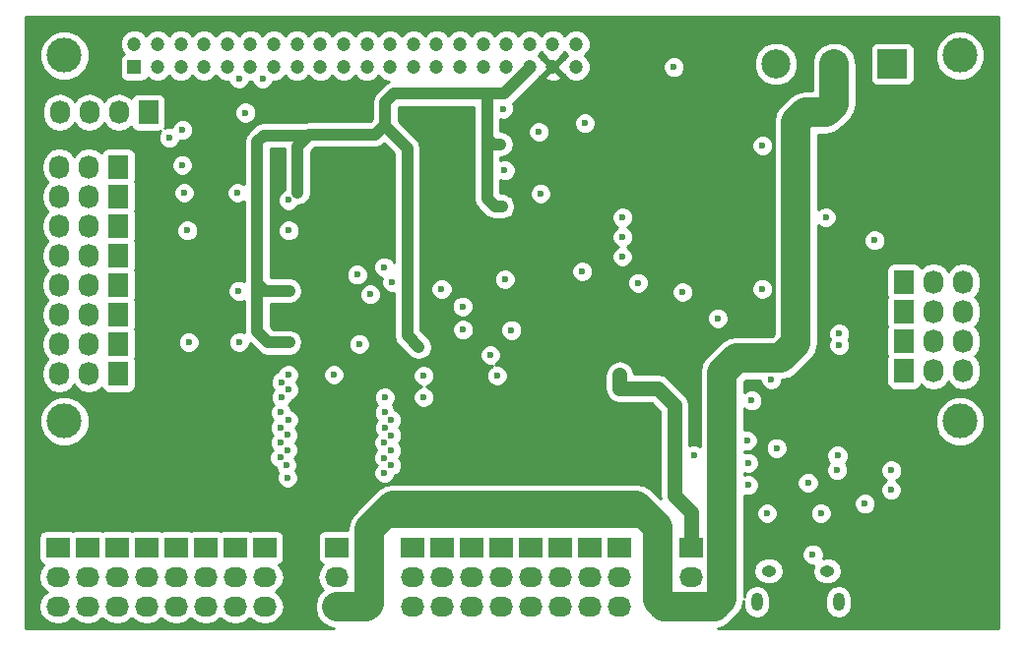
<source format=gbr>
G04 #@! TF.FileFunction,Copper,L3,Inr,Mixed*
%FSLAX46Y46*%
G04 Gerber Fmt 4.6, Leading zero omitted, Abs format (unit mm)*
G04 Created by KiCad (PCBNEW (2015-11-11 BZR 6310)-product) date Fri 18 Dec 2015 01:13:21 AM CST*
%MOMM*%
G01*
G04 APERTURE LIST*
%ADD10C,0.100000*%
%ADD11C,3.000000*%
%ADD12R,1.727200X2.032000*%
%ADD13O,1.727200X2.032000*%
%ADD14O,1.250000X0.950000*%
%ADD15O,1.000000X1.550000*%
%ADD16R,2.032000X1.727200*%
%ADD17O,2.032000X1.727200*%
%ADD18C,2.500000*%
%ADD19R,2.500000X2.500000*%
%ADD20R,1.200000X1.200000*%
%ADD21C,1.200000*%
%ADD22C,0.600000*%
%ADD23C,1.016000*%
%ADD24C,1.270000*%
%ADD25C,2.540000*%
%ADD26C,0.254000*%
G04 APERTURE END LIST*
D10*
D11*
X188100000Y-111500000D03*
X111100000Y-111500000D03*
X188100000Y-80000000D03*
X111100000Y-80000000D03*
D12*
X183300000Y-99520000D03*
D13*
X185840000Y-99520000D03*
X188380000Y-99520000D03*
D12*
X183300000Y-102060000D03*
D13*
X185840000Y-102060000D03*
X188380000Y-102060000D03*
D12*
X183300000Y-104600000D03*
D13*
X185840000Y-104600000D03*
X188380000Y-104600000D03*
D12*
X183300000Y-107140000D03*
D13*
X185840000Y-107140000D03*
X188380000Y-107140000D03*
D12*
X115736000Y-89614000D03*
D13*
X113196000Y-89614000D03*
X110656000Y-89614000D03*
D12*
X115736000Y-92154000D03*
D13*
X113196000Y-92154000D03*
X110656000Y-92154000D03*
D12*
X115736000Y-94694000D03*
D13*
X113196000Y-94694000D03*
X110656000Y-94694000D03*
D12*
X115736000Y-97234000D03*
D13*
X113196000Y-97234000D03*
X110656000Y-97234000D03*
D12*
X115736000Y-99774000D03*
D13*
X113196000Y-99774000D03*
X110656000Y-99774000D03*
D12*
X115736000Y-102314000D03*
D13*
X113196000Y-102314000D03*
X110656000Y-102314000D03*
D12*
X115736000Y-104854000D03*
D13*
X113196000Y-104854000D03*
X110656000Y-104854000D03*
D12*
X115736000Y-107394000D03*
D13*
X113196000Y-107394000D03*
X110656000Y-107394000D03*
D14*
X171655100Y-124373460D03*
X176655100Y-124373460D03*
D15*
X170655100Y-127073460D03*
X177655100Y-127073460D03*
D16*
X110529000Y-122380000D03*
D17*
X110529000Y-124920000D03*
X110529000Y-127460000D03*
D16*
X113069000Y-122380000D03*
D17*
X113069000Y-124920000D03*
X113069000Y-127460000D03*
D16*
X115609000Y-122380000D03*
D17*
X115609000Y-124920000D03*
X115609000Y-127460000D03*
D16*
X118149000Y-122380000D03*
D17*
X118149000Y-124920000D03*
X118149000Y-127460000D03*
D16*
X120689000Y-122380000D03*
D17*
X120689000Y-124920000D03*
X120689000Y-127460000D03*
D16*
X123229000Y-122380000D03*
D17*
X123229000Y-124920000D03*
X123229000Y-127460000D03*
D16*
X125769000Y-122380000D03*
D17*
X125769000Y-124920000D03*
X125769000Y-127460000D03*
D16*
X128309000Y-122380000D03*
D17*
X128309000Y-124920000D03*
X128309000Y-127460000D03*
D16*
X141009000Y-122380000D03*
D17*
X141009000Y-124920000D03*
X141009000Y-127460000D03*
D16*
X143549000Y-122380000D03*
D17*
X143549000Y-124920000D03*
X143549000Y-127460000D03*
D16*
X146089000Y-122380000D03*
D17*
X146089000Y-124920000D03*
X146089000Y-127460000D03*
D16*
X148629000Y-122380000D03*
D17*
X148629000Y-124920000D03*
X148629000Y-127460000D03*
D16*
X151169000Y-122380000D03*
D17*
X151169000Y-124920000D03*
X151169000Y-127460000D03*
D16*
X153709000Y-122380000D03*
D17*
X153709000Y-124920000D03*
X153709000Y-127460000D03*
D16*
X156249000Y-122380000D03*
D17*
X156249000Y-124920000D03*
X156249000Y-127460000D03*
D16*
X158789000Y-122380000D03*
D17*
X158789000Y-124920000D03*
X158789000Y-127460000D03*
D16*
X134532000Y-122380000D03*
D17*
X134532000Y-124920000D03*
X134532000Y-127460000D03*
D16*
X165012000Y-122380000D03*
D17*
X165012000Y-124920000D03*
X165012000Y-127460000D03*
D12*
X118310000Y-84890000D03*
D13*
X115770000Y-84890000D03*
X113230000Y-84890000D03*
X110690000Y-84890000D03*
D18*
X172284000Y-80724000D03*
D19*
X182284000Y-80724000D03*
D18*
X177284000Y-80724000D03*
D20*
X117100000Y-81000000D03*
D21*
X117100000Y-79000000D03*
X119100000Y-81000000D03*
X119100000Y-79000000D03*
X121100000Y-81000000D03*
X121100000Y-79000000D03*
X123100000Y-81000000D03*
X123100000Y-79000000D03*
X125100000Y-81000000D03*
X125100000Y-79000000D03*
X127100000Y-81000000D03*
X127100000Y-79000000D03*
X129100000Y-81000000D03*
X129100000Y-79000000D03*
X131100000Y-81000000D03*
X131100000Y-79000000D03*
X133100000Y-81000000D03*
X133100000Y-79000000D03*
X135100000Y-81000000D03*
X135100000Y-79000000D03*
X137100000Y-81000000D03*
X137100000Y-79000000D03*
X139100000Y-81000000D03*
X139100000Y-79000000D03*
X141100000Y-81000000D03*
X141100000Y-79000000D03*
X143100000Y-81000000D03*
X143100000Y-79000000D03*
X145100000Y-81000000D03*
X145100000Y-79000000D03*
X147100000Y-81000000D03*
X147100000Y-79000000D03*
X149100000Y-81000000D03*
X149100000Y-79000000D03*
X151100000Y-81000000D03*
X151100000Y-79000000D03*
X153100000Y-81000000D03*
X153100000Y-79000000D03*
X155100000Y-81000000D03*
X155100000Y-79000000D03*
D22*
X131170000Y-91810000D03*
X141560000Y-105110000D03*
X127680000Y-93780000D03*
X132100000Y-86870000D03*
X136050000Y-86800000D03*
X148740000Y-93000000D03*
X140580000Y-101600000D03*
X148590000Y-87660000D03*
X130410000Y-104690000D03*
X130420000Y-100270000D03*
X152050000Y-91890000D03*
X160430000Y-99570000D03*
X148950000Y-89890000D03*
X151890000Y-86580000D03*
X148300000Y-107560000D03*
X138630000Y-110740000D03*
X148820000Y-84580000D03*
X130280000Y-116380000D03*
X129750000Y-109440000D03*
X138640000Y-109440000D03*
X147730000Y-105780000D03*
X130360000Y-92450000D03*
X126110000Y-104680000D03*
X167290000Y-102630000D03*
X149540000Y-103640000D03*
X159070000Y-97330000D03*
X180760000Y-95910000D03*
X177730000Y-104950000D03*
X177720000Y-103960000D03*
X164250000Y-100360000D03*
X145340000Y-101610000D03*
X143530000Y-100120000D03*
X137390000Y-100570000D03*
X134270000Y-107490000D03*
X182180000Y-117400000D03*
X182200000Y-115720000D03*
X165260000Y-114440000D03*
X171510000Y-119410000D03*
X176140000Y-119410000D03*
X159090000Y-93950000D03*
X171110000Y-100100000D03*
X176570000Y-93930000D03*
X171120000Y-87750000D03*
X155850000Y-85830000D03*
X163500000Y-81000000D03*
X177570000Y-114450000D03*
X169870000Y-115080000D03*
X175450000Y-122960000D03*
X130350000Y-107490000D03*
X129750000Y-108140000D03*
X130350000Y-108790000D03*
X125970000Y-91810000D03*
X126080000Y-100270000D03*
X121660000Y-95070000D03*
X121260000Y-86390000D03*
X159090000Y-95630000D03*
X172330000Y-113810000D03*
X153740000Y-83440000D03*
X153720000Y-88740000D03*
X125470000Y-84900000D03*
X125210000Y-107500000D03*
X126030000Y-93490000D03*
X180270000Y-111310000D03*
X170420000Y-103610000D03*
X149570000Y-102690000D03*
X146890000Y-109410000D03*
X146890000Y-107570000D03*
X138740000Y-107490000D03*
X121640000Y-100280000D03*
X141990000Y-107560000D03*
X141980000Y-109420000D03*
X129720000Y-110740000D03*
X130330000Y-111390000D03*
X121780000Y-104690000D03*
X121390000Y-91810000D03*
X120110000Y-87090000D03*
X121220000Y-89430000D03*
X130380000Y-95070000D03*
X129660000Y-112040000D03*
X130280000Y-112680000D03*
X129670000Y-113340000D03*
X130270000Y-113990000D03*
X129650000Y-114630000D03*
X130170000Y-115280000D03*
X138620000Y-115950000D03*
X139200000Y-115290000D03*
X138610000Y-114640000D03*
X139210000Y-113990000D03*
X138610000Y-113340000D03*
X139190000Y-112690000D03*
X138640000Y-112040000D03*
X139210000Y-111390000D03*
X171880000Y-107900000D03*
X158850000Y-107520000D03*
X158850000Y-108690000D03*
X155620000Y-98590000D03*
X175030000Y-116790000D03*
X145370000Y-103600000D03*
X136450000Y-104840000D03*
X148970000Y-99260000D03*
X138600000Y-98220000D03*
X126110000Y-81970000D03*
X136260000Y-98880000D03*
X128140000Y-81960000D03*
X139290000Y-99530000D03*
X179930000Y-118590000D03*
X169810000Y-113160000D03*
X177540000Y-115710000D03*
X170190000Y-109710000D03*
X126660000Y-84920000D03*
X169870000Y-116980000D03*
D23*
X131170000Y-91810000D02*
X131170000Y-87800000D01*
X131170000Y-87800000D02*
X132100000Y-86870000D01*
X147440000Y-87140000D02*
X147440000Y-92310000D01*
X148130000Y-93000000D02*
X148740000Y-93000000D01*
X147440000Y-92310000D02*
X148130000Y-93000000D01*
X147440000Y-83290000D02*
X147440000Y-87140000D01*
X147960000Y-87660000D02*
X148590000Y-87660000D01*
X147440000Y-87140000D02*
X147960000Y-87660000D01*
X140580000Y-101600000D02*
X140580000Y-104130000D01*
X140580000Y-104130000D02*
X141560000Y-105110000D01*
X138700000Y-85940000D02*
X138700000Y-86090000D01*
X140580000Y-87970000D02*
X140580000Y-101600000D01*
X138700000Y-86090000D02*
X140580000Y-87970000D01*
X127680000Y-99600000D02*
X127680000Y-103770000D01*
X128600000Y-104690000D02*
X130410000Y-104690000D01*
X127680000Y-103770000D02*
X128600000Y-104690000D01*
X127680000Y-93780000D02*
X127680000Y-99600000D01*
X128350000Y-100270000D02*
X130420000Y-100270000D01*
X127680000Y-99600000D02*
X128350000Y-100270000D01*
X132100000Y-86870000D02*
X128250000Y-86870000D01*
X128250000Y-86870000D02*
X127680000Y-87440000D01*
X127680000Y-87440000D02*
X127680000Y-93780000D01*
X136050000Y-86800000D02*
X132170000Y-86800000D01*
X132170000Y-86800000D02*
X132100000Y-86870000D01*
X151100000Y-81000000D02*
X151100000Y-81100000D01*
X137840000Y-86800000D02*
X136050000Y-86800000D01*
X138700000Y-85940000D02*
X137840000Y-86800000D01*
X138700000Y-84010000D02*
X138700000Y-85940000D01*
X139420000Y-83290000D02*
X138700000Y-84010000D01*
X148910000Y-83290000D02*
X147440000Y-83290000D01*
X147440000Y-83290000D02*
X139420000Y-83290000D01*
X151100000Y-81100000D02*
X148910000Y-83290000D01*
D24*
X158850000Y-108690000D02*
X158850000Y-107520000D01*
X165012000Y-122380000D02*
X165012000Y-119337000D01*
X162110000Y-108690000D02*
X158850000Y-108690000D01*
X163560000Y-110140000D02*
X162110000Y-108690000D01*
X163560000Y-117885000D02*
X163560000Y-110140000D01*
X165012000Y-119337000D02*
X163560000Y-117885000D01*
D25*
X137350000Y-120760000D02*
X137350000Y-127180000D01*
X165012000Y-127460000D02*
X162660000Y-127460000D01*
X162660000Y-127460000D02*
X162110000Y-126910000D01*
X162110000Y-126910000D02*
X162110000Y-120630000D01*
X162110000Y-120630000D02*
X160225000Y-118745000D01*
X160225000Y-118745000D02*
X139365000Y-118745000D01*
X139365000Y-118745000D02*
X137350000Y-120760000D01*
X137350000Y-127180000D02*
X137070000Y-127460000D01*
X137070000Y-127460000D02*
X134532000Y-127460000D01*
X177284000Y-80724000D02*
X177284000Y-84186000D01*
X177284000Y-84186000D02*
X176560000Y-84910000D01*
X176560000Y-84910000D02*
X174805000Y-84910000D01*
X174805000Y-84910000D02*
X173990000Y-85725000D01*
X173990000Y-85725000D02*
X173990000Y-104775000D01*
X173990000Y-104775000D02*
X172720000Y-106045000D01*
X172720000Y-106045000D02*
X168910000Y-106045000D01*
X168910000Y-106045000D02*
X167640000Y-107315000D01*
X167640000Y-107315000D02*
X167640000Y-126810000D01*
X167640000Y-126810000D02*
X166990000Y-127460000D01*
X166990000Y-127460000D02*
X165012000Y-127460000D01*
D24*
X176560000Y-84910000D02*
X177284000Y-84186000D01*
X134532000Y-127460000D02*
X137070000Y-127460000D01*
X162110000Y-126910000D02*
X162660000Y-127460000D01*
X162110000Y-120630000D02*
X162110000Y-126910000D01*
X161450000Y-119970000D02*
X162110000Y-120630000D01*
X138140000Y-119970000D02*
X161450000Y-119970000D01*
X137350000Y-120760000D02*
X138140000Y-119970000D01*
X137070000Y-127460000D02*
X137350000Y-127180000D01*
D26*
G36*
X191414492Y-129315000D02*
X167241368Y-129315000D01*
X167719012Y-129219991D01*
X168337038Y-128807038D01*
X168987039Y-128157038D01*
X169399991Y-127539012D01*
X169520100Y-126935181D01*
X169520100Y-127376084D01*
X169606497Y-127810430D01*
X169852534Y-128178650D01*
X170220754Y-128424687D01*
X170655100Y-128511084D01*
X171089446Y-128424687D01*
X171457666Y-128178650D01*
X171703703Y-127810430D01*
X171790100Y-127376084D01*
X171790100Y-126770836D01*
X176520100Y-126770836D01*
X176520100Y-127376084D01*
X176606497Y-127810430D01*
X176852534Y-128178650D01*
X177220754Y-128424687D01*
X177655100Y-128511084D01*
X178089446Y-128424687D01*
X178457666Y-128178650D01*
X178703703Y-127810430D01*
X178790100Y-127376084D01*
X178790100Y-126770836D01*
X178703703Y-126336490D01*
X178457666Y-125968270D01*
X178089446Y-125722233D01*
X177655100Y-125635836D01*
X177220754Y-125722233D01*
X176852534Y-125968270D01*
X176606497Y-126336490D01*
X176520100Y-126770836D01*
X171790100Y-126770836D01*
X171703703Y-126336490D01*
X171457666Y-125968270D01*
X171089446Y-125722233D01*
X170655100Y-125635836D01*
X170220754Y-125722233D01*
X169852534Y-125968270D01*
X169606497Y-126336490D01*
X169545000Y-126645656D01*
X169545000Y-124373460D01*
X170370415Y-124373460D01*
X170454909Y-124798239D01*
X170695526Y-125158349D01*
X171055636Y-125398966D01*
X171480415Y-125483460D01*
X171829785Y-125483460D01*
X172254564Y-125398966D01*
X172614674Y-125158349D01*
X172855291Y-124798239D01*
X172939785Y-124373460D01*
X172855291Y-123948681D01*
X172614674Y-123588571D01*
X172254564Y-123347954D01*
X171829785Y-123263460D01*
X171480415Y-123263460D01*
X171055636Y-123347954D01*
X170695526Y-123588571D01*
X170454909Y-123948681D01*
X170370415Y-124373460D01*
X169545000Y-124373460D01*
X169545000Y-123145167D01*
X174514838Y-123145167D01*
X174656883Y-123488943D01*
X174919673Y-123752192D01*
X175263201Y-123894838D01*
X175490753Y-123895036D01*
X175454909Y-123948681D01*
X175370415Y-124373460D01*
X175454909Y-124798239D01*
X175695526Y-125158349D01*
X176055636Y-125398966D01*
X176480415Y-125483460D01*
X176829785Y-125483460D01*
X177254564Y-125398966D01*
X177614674Y-125158349D01*
X177855291Y-124798239D01*
X177939785Y-124373460D01*
X177855291Y-123948681D01*
X177614674Y-123588571D01*
X177254564Y-123347954D01*
X176829785Y-123263460D01*
X176480415Y-123263460D01*
X176323429Y-123294686D01*
X176384838Y-123146799D01*
X176385162Y-122774833D01*
X176243117Y-122431057D01*
X175980327Y-122167808D01*
X175636799Y-122025162D01*
X175264833Y-122024838D01*
X174921057Y-122166883D01*
X174657808Y-122429673D01*
X174515162Y-122773201D01*
X174514838Y-123145167D01*
X169545000Y-123145167D01*
X169545000Y-119595167D01*
X170574838Y-119595167D01*
X170716883Y-119938943D01*
X170979673Y-120202192D01*
X171323201Y-120344838D01*
X171695167Y-120345162D01*
X172038943Y-120203117D01*
X172302192Y-119940327D01*
X172444838Y-119596799D01*
X172444839Y-119595167D01*
X175204838Y-119595167D01*
X175346883Y-119938943D01*
X175609673Y-120202192D01*
X175953201Y-120344838D01*
X176325167Y-120345162D01*
X176668943Y-120203117D01*
X176932192Y-119940327D01*
X177074838Y-119596799D01*
X177075162Y-119224833D01*
X176933117Y-118881057D01*
X176827412Y-118775167D01*
X178994838Y-118775167D01*
X179136883Y-119118943D01*
X179399673Y-119382192D01*
X179743201Y-119524838D01*
X180115167Y-119525162D01*
X180458943Y-119383117D01*
X180722192Y-119120327D01*
X180864838Y-118776799D01*
X180865162Y-118404833D01*
X180723117Y-118061057D01*
X180460327Y-117797808D01*
X180116799Y-117655162D01*
X179744833Y-117654838D01*
X179401057Y-117796883D01*
X179137808Y-118059673D01*
X178995162Y-118403201D01*
X178994838Y-118775167D01*
X176827412Y-118775167D01*
X176670327Y-118617808D01*
X176326799Y-118475162D01*
X175954833Y-118474838D01*
X175611057Y-118616883D01*
X175347808Y-118879673D01*
X175205162Y-119223201D01*
X175204838Y-119595167D01*
X172444839Y-119595167D01*
X172445162Y-119224833D01*
X172303117Y-118881057D01*
X172040327Y-118617808D01*
X171696799Y-118475162D01*
X171324833Y-118474838D01*
X170981057Y-118616883D01*
X170717808Y-118879673D01*
X170575162Y-119223201D01*
X170574838Y-119595167D01*
X169545000Y-119595167D01*
X169545000Y-117857452D01*
X169683201Y-117914838D01*
X170055167Y-117915162D01*
X170398943Y-117773117D01*
X170662192Y-117510327D01*
X170804838Y-117166799D01*
X170805004Y-116975167D01*
X174094838Y-116975167D01*
X174236883Y-117318943D01*
X174499673Y-117582192D01*
X174843201Y-117724838D01*
X175215167Y-117725162D01*
X175553981Y-117585167D01*
X181244838Y-117585167D01*
X181386883Y-117928943D01*
X181649673Y-118192192D01*
X181993201Y-118334838D01*
X182365167Y-118335162D01*
X182708943Y-118193117D01*
X182972192Y-117930327D01*
X183114838Y-117586799D01*
X183115162Y-117214833D01*
X182973117Y-116871057D01*
X182710327Y-116607808D01*
X182605310Y-116564201D01*
X182728943Y-116513117D01*
X182992192Y-116250327D01*
X183134838Y-115906799D01*
X183135162Y-115534833D01*
X182993117Y-115191057D01*
X182730327Y-114927808D01*
X182386799Y-114785162D01*
X182014833Y-114784838D01*
X181671057Y-114926883D01*
X181407808Y-115189673D01*
X181265162Y-115533201D01*
X181264838Y-115905167D01*
X181406883Y-116248943D01*
X181669673Y-116512192D01*
X181774690Y-116555799D01*
X181651057Y-116606883D01*
X181387808Y-116869673D01*
X181245162Y-117213201D01*
X181244838Y-117585167D01*
X175553981Y-117585167D01*
X175558943Y-117583117D01*
X175822192Y-117320327D01*
X175964838Y-116976799D01*
X175965162Y-116604833D01*
X175823117Y-116261057D01*
X175560327Y-115997808D01*
X175313142Y-115895167D01*
X176604838Y-115895167D01*
X176746883Y-116238943D01*
X177009673Y-116502192D01*
X177353201Y-116644838D01*
X177725167Y-116645162D01*
X178068943Y-116503117D01*
X178332192Y-116240327D01*
X178474838Y-115896799D01*
X178475162Y-115524833D01*
X178333117Y-115181057D01*
X178247264Y-115095054D01*
X178362192Y-114980327D01*
X178504838Y-114636799D01*
X178505162Y-114264833D01*
X178363117Y-113921057D01*
X178100327Y-113657808D01*
X177756799Y-113515162D01*
X177384833Y-113514838D01*
X177041057Y-113656883D01*
X176777808Y-113919673D01*
X176635162Y-114263201D01*
X176634838Y-114635167D01*
X176776883Y-114978943D01*
X176862736Y-115064946D01*
X176747808Y-115179673D01*
X176605162Y-115523201D01*
X176604838Y-115895167D01*
X175313142Y-115895167D01*
X175216799Y-115855162D01*
X174844833Y-115854838D01*
X174501057Y-115996883D01*
X174237808Y-116259673D01*
X174095162Y-116603201D01*
X174094838Y-116975167D01*
X170805004Y-116975167D01*
X170805162Y-116794833D01*
X170663117Y-116451057D01*
X170400327Y-116187808D01*
X170056799Y-116045162D01*
X169684833Y-116044838D01*
X169545000Y-116102616D01*
X169545000Y-115957452D01*
X169683201Y-116014838D01*
X170055167Y-116015162D01*
X170398943Y-115873117D01*
X170662192Y-115610327D01*
X170804838Y-115266799D01*
X170805162Y-114894833D01*
X170663117Y-114551057D01*
X170400327Y-114287808D01*
X170056799Y-114145162D01*
X169684833Y-114144838D01*
X169545000Y-114202616D01*
X169545000Y-114062366D01*
X169623201Y-114094838D01*
X169995167Y-114095162D01*
X170237173Y-113995167D01*
X171394838Y-113995167D01*
X171536883Y-114338943D01*
X171799673Y-114602192D01*
X172143201Y-114744838D01*
X172515167Y-114745162D01*
X172858943Y-114603117D01*
X173122192Y-114340327D01*
X173264838Y-113996799D01*
X173265162Y-113624833D01*
X173123117Y-113281057D01*
X172860327Y-113017808D01*
X172516799Y-112875162D01*
X172144833Y-112874838D01*
X171801057Y-113016883D01*
X171537808Y-113279673D01*
X171395162Y-113623201D01*
X171394838Y-113995167D01*
X170237173Y-113995167D01*
X170338943Y-113953117D01*
X170602192Y-113690327D01*
X170744838Y-113346799D01*
X170745162Y-112974833D01*
X170603117Y-112631057D01*
X170340327Y-112367808D01*
X169996799Y-112225162D01*
X169624833Y-112224838D01*
X169545000Y-112257824D01*
X169545000Y-111922815D01*
X185964630Y-111922815D01*
X186288980Y-112707800D01*
X186889041Y-113308909D01*
X187673459Y-113634628D01*
X188522815Y-113635370D01*
X189307800Y-113311020D01*
X189908909Y-112710959D01*
X190234628Y-111926541D01*
X190235370Y-111077185D01*
X189911020Y-110292200D01*
X189310959Y-109691091D01*
X188526541Y-109365372D01*
X187677185Y-109364630D01*
X186892200Y-109688980D01*
X186291091Y-110289041D01*
X185965372Y-111073459D01*
X185964630Y-111922815D01*
X169545000Y-111922815D01*
X169545000Y-110387319D01*
X169659673Y-110502192D01*
X170003201Y-110644838D01*
X170375167Y-110645162D01*
X170718943Y-110503117D01*
X170982192Y-110240327D01*
X171124838Y-109896799D01*
X171125162Y-109524833D01*
X170983117Y-109181057D01*
X170720327Y-108917808D01*
X170376799Y-108775162D01*
X170004833Y-108774838D01*
X169661057Y-108916883D01*
X169545000Y-109032738D01*
X169545000Y-108104076D01*
X169699077Y-107950000D01*
X170944956Y-107950000D01*
X170944838Y-108085167D01*
X171086883Y-108428943D01*
X171349673Y-108692192D01*
X171693201Y-108834838D01*
X172065167Y-108835162D01*
X172408943Y-108693117D01*
X172672192Y-108430327D01*
X172814838Y-108086799D01*
X172814974Y-107931109D01*
X173449012Y-107804991D01*
X174067038Y-107392038D01*
X175337038Y-106122039D01*
X175749991Y-105504012D01*
X175754702Y-105480327D01*
X175895000Y-104775000D01*
X175895000Y-104145167D01*
X176784838Y-104145167D01*
X176917986Y-104467410D01*
X176795162Y-104763201D01*
X176794838Y-105135167D01*
X176936883Y-105478943D01*
X177199673Y-105742192D01*
X177543201Y-105884838D01*
X177915167Y-105885162D01*
X178258943Y-105743117D01*
X178522192Y-105480327D01*
X178664838Y-105136799D01*
X178665162Y-104764833D01*
X178532014Y-104442590D01*
X178654838Y-104146799D01*
X178655162Y-103774833D01*
X178513117Y-103431057D01*
X178250327Y-103167808D01*
X177906799Y-103025162D01*
X177534833Y-103024838D01*
X177191057Y-103166883D01*
X176927808Y-103429673D01*
X176785162Y-103773201D01*
X176784838Y-104145167D01*
X175895000Y-104145167D01*
X175895000Y-98504000D01*
X181788960Y-98504000D01*
X181788960Y-100536000D01*
X181833238Y-100771317D01*
X181843393Y-100787099D01*
X181839969Y-100792110D01*
X181788960Y-101044000D01*
X181788960Y-103076000D01*
X181833238Y-103311317D01*
X181843393Y-103327099D01*
X181839969Y-103332110D01*
X181788960Y-103584000D01*
X181788960Y-105616000D01*
X181833238Y-105851317D01*
X181843393Y-105867099D01*
X181839969Y-105872110D01*
X181788960Y-106124000D01*
X181788960Y-108156000D01*
X181833238Y-108391317D01*
X181972310Y-108607441D01*
X182184510Y-108752431D01*
X182436400Y-108803440D01*
X184163600Y-108803440D01*
X184398917Y-108759162D01*
X184615041Y-108620090D01*
X184760031Y-108407890D01*
X184768400Y-108366561D01*
X184780330Y-108384415D01*
X185266511Y-108709271D01*
X185840000Y-108823345D01*
X186413489Y-108709271D01*
X186899670Y-108384415D01*
X187110000Y-108069634D01*
X187320330Y-108384415D01*
X187806511Y-108709271D01*
X188380000Y-108823345D01*
X188953489Y-108709271D01*
X189439670Y-108384415D01*
X189764526Y-107898234D01*
X189878600Y-107324745D01*
X189878600Y-106955255D01*
X189764526Y-106381766D01*
X189439670Y-105895585D01*
X189401379Y-105870000D01*
X189439670Y-105844415D01*
X189764526Y-105358234D01*
X189878600Y-104784745D01*
X189878600Y-104415255D01*
X189764526Y-103841766D01*
X189439670Y-103355585D01*
X189401379Y-103330000D01*
X189439670Y-103304415D01*
X189764526Y-102818234D01*
X189878600Y-102244745D01*
X189878600Y-101875255D01*
X189764526Y-101301766D01*
X189439670Y-100815585D01*
X189401379Y-100790000D01*
X189439670Y-100764415D01*
X189764526Y-100278234D01*
X189878600Y-99704745D01*
X189878600Y-99335255D01*
X189764526Y-98761766D01*
X189439670Y-98275585D01*
X188953489Y-97950729D01*
X188380000Y-97836655D01*
X187806511Y-97950729D01*
X187320330Y-98275585D01*
X187110000Y-98590366D01*
X186899670Y-98275585D01*
X186413489Y-97950729D01*
X185840000Y-97836655D01*
X185266511Y-97950729D01*
X184780330Y-98275585D01*
X184770757Y-98289913D01*
X184766762Y-98268683D01*
X184627690Y-98052559D01*
X184415490Y-97907569D01*
X184163600Y-97856560D01*
X182436400Y-97856560D01*
X182201083Y-97900838D01*
X181984959Y-98039910D01*
X181839969Y-98252110D01*
X181788960Y-98504000D01*
X175895000Y-98504000D01*
X175895000Y-96095167D01*
X179824838Y-96095167D01*
X179966883Y-96438943D01*
X180229673Y-96702192D01*
X180573201Y-96844838D01*
X180945167Y-96845162D01*
X181288943Y-96703117D01*
X181552192Y-96440327D01*
X181694838Y-96096799D01*
X181695162Y-95724833D01*
X181553117Y-95381057D01*
X181290327Y-95117808D01*
X180946799Y-94975162D01*
X180574833Y-94974838D01*
X180231057Y-95116883D01*
X179967808Y-95379673D01*
X179825162Y-95723201D01*
X179824838Y-96095167D01*
X175895000Y-96095167D01*
X175895000Y-94577266D01*
X176039673Y-94722192D01*
X176383201Y-94864838D01*
X176755167Y-94865162D01*
X177098943Y-94723117D01*
X177362192Y-94460327D01*
X177504838Y-94116799D01*
X177505162Y-93744833D01*
X177363117Y-93401057D01*
X177100327Y-93137808D01*
X176756799Y-92995162D01*
X176384833Y-92994838D01*
X176041057Y-93136883D01*
X175895000Y-93282685D01*
X175895000Y-86815000D01*
X176560000Y-86815000D01*
X177289012Y-86669991D01*
X177907038Y-86257038D01*
X178631039Y-85533038D01*
X179043991Y-84915012D01*
X179189000Y-84186000D01*
X179189000Y-80724000D01*
X179169088Y-80623894D01*
X179169326Y-80350695D01*
X179064079Y-80095977D01*
X179043991Y-79994988D01*
X178987285Y-79910122D01*
X178882957Y-79657628D01*
X178699650Y-79474000D01*
X180386560Y-79474000D01*
X180386560Y-81974000D01*
X180430838Y-82209317D01*
X180569910Y-82425441D01*
X180782110Y-82570431D01*
X181034000Y-82621440D01*
X183534000Y-82621440D01*
X183769317Y-82577162D01*
X183985441Y-82438090D01*
X184130431Y-82225890D01*
X184181440Y-81974000D01*
X184181440Y-80422815D01*
X185964630Y-80422815D01*
X186288980Y-81207800D01*
X186889041Y-81808909D01*
X187673459Y-82134628D01*
X188522815Y-82135370D01*
X189307800Y-81811020D01*
X189908909Y-81210959D01*
X190234628Y-80426541D01*
X190235370Y-79577185D01*
X189911020Y-78792200D01*
X189310959Y-78191091D01*
X188526541Y-77865372D01*
X187677185Y-77864630D01*
X186892200Y-78188980D01*
X186291091Y-78789041D01*
X185965372Y-79573459D01*
X185964630Y-80422815D01*
X184181440Y-80422815D01*
X184181440Y-79474000D01*
X184137162Y-79238683D01*
X183998090Y-79022559D01*
X183785890Y-78877569D01*
X183534000Y-78826560D01*
X181034000Y-78826560D01*
X180798683Y-78870838D01*
X180582559Y-79009910D01*
X180437569Y-79222110D01*
X180386560Y-79474000D01*
X178699650Y-79474000D01*
X178688241Y-79462572D01*
X178631038Y-79376962D01*
X178546176Y-79320259D01*
X178353161Y-79126907D01*
X178098626Y-79021215D01*
X178013012Y-78964009D01*
X177912906Y-78944097D01*
X177660595Y-78839328D01*
X177384988Y-78839088D01*
X177284000Y-78819000D01*
X177183894Y-78838912D01*
X176910695Y-78838674D01*
X176655977Y-78943921D01*
X176554988Y-78964009D01*
X176470122Y-79020715D01*
X176217628Y-79125043D01*
X176022572Y-79319759D01*
X175936962Y-79376962D01*
X175880259Y-79461824D01*
X175686907Y-79654839D01*
X175581215Y-79909374D01*
X175524009Y-79994988D01*
X175504097Y-80095094D01*
X175399328Y-80347405D01*
X175399088Y-80623012D01*
X175379000Y-80724000D01*
X175379000Y-83005000D01*
X174805000Y-83005000D01*
X174075988Y-83150009D01*
X173457962Y-83562962D01*
X172642962Y-84377962D01*
X172230009Y-84995988D01*
X172085000Y-85725000D01*
X172085000Y-103985923D01*
X171930924Y-104140000D01*
X168910000Y-104140000D01*
X168180988Y-104285009D01*
X167562961Y-104697962D01*
X166292962Y-105967962D01*
X165880009Y-106585988D01*
X165735000Y-107315000D01*
X165735000Y-113624834D01*
X165446799Y-113505162D01*
X165074833Y-113504838D01*
X164830000Y-113606001D01*
X164830000Y-110140005D01*
X164830001Y-110140000D01*
X164733327Y-109653992D01*
X164618534Y-109482192D01*
X164458026Y-109241974D01*
X164458023Y-109241972D01*
X163008026Y-107791974D01*
X162596008Y-107516673D01*
X162110000Y-107419999D01*
X162109995Y-107420000D01*
X160100109Y-107420000D01*
X160023327Y-107033992D01*
X159748026Y-106621974D01*
X159336008Y-106346673D01*
X158850000Y-106250000D01*
X158363992Y-106346673D01*
X157951974Y-106621974D01*
X157676673Y-107033992D01*
X157580000Y-107520000D01*
X157580000Y-108690000D01*
X157676673Y-109176008D01*
X157951974Y-109588026D01*
X158363992Y-109863327D01*
X158850000Y-109960000D01*
X161583948Y-109960000D01*
X162290000Y-110666051D01*
X162290000Y-117884995D01*
X162289999Y-117885000D01*
X162347338Y-118173262D01*
X161572038Y-117397962D01*
X160954012Y-116985009D01*
X160912737Y-116976799D01*
X160225000Y-116840000D01*
X139365000Y-116840000D01*
X138677263Y-116976799D01*
X138635988Y-116985009D01*
X138017961Y-117397962D01*
X136002962Y-119412962D01*
X135590009Y-120030988D01*
X135445000Y-120760000D01*
X135445000Y-120868960D01*
X133516000Y-120868960D01*
X133280683Y-120913238D01*
X133064559Y-121052310D01*
X132919569Y-121264510D01*
X132868560Y-121516400D01*
X132868560Y-123243600D01*
X132912838Y-123478917D01*
X133051910Y-123695041D01*
X133264110Y-123840031D01*
X133305439Y-123848400D01*
X133287585Y-123860330D01*
X132962729Y-124346511D01*
X132848655Y-124920000D01*
X132962729Y-125493489D01*
X133287585Y-125979670D01*
X133336016Y-126012031D01*
X133184962Y-126112962D01*
X132772009Y-126730988D01*
X132627000Y-127460000D01*
X132772009Y-128189012D01*
X133184962Y-128807038D01*
X133802988Y-129219991D01*
X134280632Y-129315000D01*
X107785000Y-129315000D01*
X107785000Y-124920000D01*
X108845655Y-124920000D01*
X108959729Y-125493489D01*
X109284585Y-125979670D01*
X109599366Y-126190000D01*
X109284585Y-126400330D01*
X108959729Y-126886511D01*
X108845655Y-127460000D01*
X108959729Y-128033489D01*
X109284585Y-128519670D01*
X109770766Y-128844526D01*
X110344255Y-128958600D01*
X110713745Y-128958600D01*
X111287234Y-128844526D01*
X111773415Y-128519670D01*
X111799000Y-128481379D01*
X111824585Y-128519670D01*
X112310766Y-128844526D01*
X112884255Y-128958600D01*
X113253745Y-128958600D01*
X113827234Y-128844526D01*
X114313415Y-128519670D01*
X114339000Y-128481379D01*
X114364585Y-128519670D01*
X114850766Y-128844526D01*
X115424255Y-128958600D01*
X115793745Y-128958600D01*
X116367234Y-128844526D01*
X116853415Y-128519670D01*
X116879000Y-128481379D01*
X116904585Y-128519670D01*
X117390766Y-128844526D01*
X117964255Y-128958600D01*
X118333745Y-128958600D01*
X118907234Y-128844526D01*
X119393415Y-128519670D01*
X119419000Y-128481379D01*
X119444585Y-128519670D01*
X119930766Y-128844526D01*
X120504255Y-128958600D01*
X120873745Y-128958600D01*
X121447234Y-128844526D01*
X121933415Y-128519670D01*
X121959000Y-128481379D01*
X121984585Y-128519670D01*
X122470766Y-128844526D01*
X123044255Y-128958600D01*
X123413745Y-128958600D01*
X123987234Y-128844526D01*
X124473415Y-128519670D01*
X124499000Y-128481379D01*
X124524585Y-128519670D01*
X125010766Y-128844526D01*
X125584255Y-128958600D01*
X125953745Y-128958600D01*
X126527234Y-128844526D01*
X127013415Y-128519670D01*
X127039000Y-128481379D01*
X127064585Y-128519670D01*
X127550766Y-128844526D01*
X128124255Y-128958600D01*
X128493745Y-128958600D01*
X129067234Y-128844526D01*
X129553415Y-128519670D01*
X129878271Y-128033489D01*
X129992345Y-127460000D01*
X129878271Y-126886511D01*
X129553415Y-126400330D01*
X129238634Y-126190000D01*
X129553415Y-125979670D01*
X129878271Y-125493489D01*
X129992345Y-124920000D01*
X129878271Y-124346511D01*
X129553415Y-123860330D01*
X129539087Y-123850757D01*
X129560317Y-123846762D01*
X129776441Y-123707690D01*
X129921431Y-123495490D01*
X129972440Y-123243600D01*
X129972440Y-121516400D01*
X129928162Y-121281083D01*
X129789090Y-121064959D01*
X129576890Y-120919969D01*
X129325000Y-120868960D01*
X127293000Y-120868960D01*
X127057683Y-120913238D01*
X127041901Y-120923393D01*
X127036890Y-120919969D01*
X126785000Y-120868960D01*
X124753000Y-120868960D01*
X124517683Y-120913238D01*
X124501901Y-120923393D01*
X124496890Y-120919969D01*
X124245000Y-120868960D01*
X122213000Y-120868960D01*
X121977683Y-120913238D01*
X121961901Y-120923393D01*
X121956890Y-120919969D01*
X121705000Y-120868960D01*
X119673000Y-120868960D01*
X119437683Y-120913238D01*
X119421901Y-120923393D01*
X119416890Y-120919969D01*
X119165000Y-120868960D01*
X117133000Y-120868960D01*
X116897683Y-120913238D01*
X116881901Y-120923393D01*
X116876890Y-120919969D01*
X116625000Y-120868960D01*
X114593000Y-120868960D01*
X114357683Y-120913238D01*
X114341901Y-120923393D01*
X114336890Y-120919969D01*
X114085000Y-120868960D01*
X112053000Y-120868960D01*
X111817683Y-120913238D01*
X111801901Y-120923393D01*
X111796890Y-120919969D01*
X111545000Y-120868960D01*
X109513000Y-120868960D01*
X109277683Y-120913238D01*
X109061559Y-121052310D01*
X108916569Y-121264510D01*
X108865560Y-121516400D01*
X108865560Y-123243600D01*
X108909838Y-123478917D01*
X109048910Y-123695041D01*
X109261110Y-123840031D01*
X109302439Y-123848400D01*
X109284585Y-123860330D01*
X108959729Y-124346511D01*
X108845655Y-124920000D01*
X107785000Y-124920000D01*
X107785000Y-114815167D01*
X128714838Y-114815167D01*
X128856883Y-115158943D01*
X129119673Y-115422192D01*
X129237255Y-115471017D01*
X129376883Y-115808943D01*
X129467166Y-115899384D01*
X129345162Y-116193201D01*
X129344838Y-116565167D01*
X129486883Y-116908943D01*
X129749673Y-117172192D01*
X130093201Y-117314838D01*
X130465167Y-117315162D01*
X130808943Y-117173117D01*
X131072192Y-116910327D01*
X131214838Y-116566799D01*
X131215162Y-116194833D01*
X131073117Y-115851057D01*
X130982834Y-115760616D01*
X131104838Y-115466799D01*
X131105162Y-115094833D01*
X130963117Y-114751057D01*
X130897203Y-114685028D01*
X131062192Y-114520327D01*
X131204838Y-114176799D01*
X131205162Y-113804833D01*
X131089607Y-113525167D01*
X137674838Y-113525167D01*
X137816883Y-113868943D01*
X137937710Y-113989981D01*
X137817808Y-114109673D01*
X137675162Y-114453201D01*
X137674838Y-114825167D01*
X137816883Y-115168943D01*
X137947701Y-115299989D01*
X137827808Y-115419673D01*
X137685162Y-115763201D01*
X137684838Y-116135167D01*
X137826883Y-116478943D01*
X138089673Y-116742192D01*
X138433201Y-116884838D01*
X138805167Y-116885162D01*
X139148943Y-116743117D01*
X139412192Y-116480327D01*
X139545687Y-116158837D01*
X139728943Y-116083117D01*
X139992192Y-115820327D01*
X140134838Y-115476799D01*
X140135162Y-115104833D01*
X139993117Y-114761057D01*
X139877282Y-114645019D01*
X140002192Y-114520327D01*
X140144838Y-114176799D01*
X140145162Y-113804833D01*
X140003117Y-113461057D01*
X139872308Y-113330019D01*
X139982192Y-113220327D01*
X140124838Y-112876799D01*
X140125162Y-112504833D01*
X139983117Y-112161057D01*
X139872273Y-112050019D01*
X140002192Y-111920327D01*
X140144838Y-111576799D01*
X140145162Y-111204833D01*
X140003117Y-110861057D01*
X139740327Y-110597808D01*
X139550319Y-110518909D01*
X139423117Y-110211057D01*
X139307282Y-110095019D01*
X139432192Y-109970327D01*
X139574838Y-109626799D01*
X139574856Y-109605167D01*
X141044838Y-109605167D01*
X141186883Y-109948943D01*
X141449673Y-110212192D01*
X141793201Y-110354838D01*
X142165167Y-110355162D01*
X142508943Y-110213117D01*
X142772192Y-109950327D01*
X142914838Y-109606799D01*
X142915162Y-109234833D01*
X142773117Y-108891057D01*
X142510327Y-108627808D01*
X142183044Y-108491907D01*
X142518943Y-108353117D01*
X142782192Y-108090327D01*
X142924838Y-107746799D01*
X142925162Y-107374833D01*
X142783117Y-107031057D01*
X142520327Y-106767808D01*
X142176799Y-106625162D01*
X141804833Y-106624838D01*
X141461057Y-106766883D01*
X141197808Y-107029673D01*
X141055162Y-107373201D01*
X141054838Y-107745167D01*
X141196883Y-108088943D01*
X141459673Y-108352192D01*
X141786956Y-108488093D01*
X141451057Y-108626883D01*
X141187808Y-108889673D01*
X141045162Y-109233201D01*
X141044838Y-109605167D01*
X139574856Y-109605167D01*
X139575162Y-109254833D01*
X139433117Y-108911057D01*
X139170327Y-108647808D01*
X138826799Y-108505162D01*
X138454833Y-108504838D01*
X138111057Y-108646883D01*
X137847808Y-108909673D01*
X137705162Y-109253201D01*
X137704838Y-109625167D01*
X137846883Y-109968943D01*
X137962718Y-110084981D01*
X137837808Y-110209673D01*
X137695162Y-110553201D01*
X137694838Y-110925167D01*
X137836883Y-111268943D01*
X137962701Y-111394981D01*
X137847808Y-111509673D01*
X137705162Y-111853201D01*
X137704838Y-112225167D01*
X137846883Y-112568943D01*
X137952736Y-112674981D01*
X137817808Y-112809673D01*
X137675162Y-113153201D01*
X137674838Y-113525167D01*
X131089607Y-113525167D01*
X131063117Y-113461057D01*
X130942282Y-113340011D01*
X131072192Y-113210327D01*
X131214838Y-112866799D01*
X131215162Y-112494833D01*
X131073117Y-112151057D01*
X130982247Y-112060028D01*
X131122192Y-111920327D01*
X131264838Y-111576799D01*
X131265162Y-111204833D01*
X131123117Y-110861057D01*
X130860327Y-110597808D01*
X130634105Y-110503872D01*
X130513117Y-110211057D01*
X130407264Y-110105019D01*
X130542192Y-109970327D01*
X130666533Y-109670883D01*
X130878943Y-109583117D01*
X131142192Y-109320327D01*
X131284838Y-108976799D01*
X131285162Y-108604833D01*
X131143117Y-108261057D01*
X131022290Y-108140019D01*
X131142192Y-108020327D01*
X131284838Y-107676799D01*
X131284839Y-107675167D01*
X133334838Y-107675167D01*
X133476883Y-108018943D01*
X133739673Y-108282192D01*
X134083201Y-108424838D01*
X134455167Y-108425162D01*
X134798943Y-108283117D01*
X135062192Y-108020327D01*
X135204838Y-107676799D01*
X135205162Y-107304833D01*
X135063117Y-106961057D01*
X134800327Y-106697808D01*
X134456799Y-106555162D01*
X134084833Y-106554838D01*
X133741057Y-106696883D01*
X133477808Y-106959673D01*
X133335162Y-107303201D01*
X133334838Y-107675167D01*
X131284839Y-107675167D01*
X131285162Y-107304833D01*
X131143117Y-106961057D01*
X130880327Y-106697808D01*
X130536799Y-106555162D01*
X130164833Y-106554838D01*
X129821057Y-106696883D01*
X129557808Y-106959673D01*
X129433467Y-107259117D01*
X129221057Y-107346883D01*
X128957808Y-107609673D01*
X128815162Y-107953201D01*
X128814838Y-108325167D01*
X128956883Y-108668943D01*
X129077710Y-108789981D01*
X128957808Y-108909673D01*
X128815162Y-109253201D01*
X128814838Y-109625167D01*
X128956883Y-109968943D01*
X129062736Y-110074981D01*
X128927808Y-110209673D01*
X128785162Y-110553201D01*
X128784838Y-110925167D01*
X128926883Y-111268943D01*
X129017762Y-111359981D01*
X128867808Y-111509673D01*
X128725162Y-111853201D01*
X128724838Y-112225167D01*
X128866883Y-112568943D01*
X128992701Y-112694981D01*
X128877808Y-112809673D01*
X128735162Y-113153201D01*
X128734838Y-113525167D01*
X128876883Y-113868943D01*
X128982727Y-113974972D01*
X128857808Y-114099673D01*
X128715162Y-114443201D01*
X128714838Y-114815167D01*
X107785000Y-114815167D01*
X107785000Y-111922815D01*
X108964630Y-111922815D01*
X109288980Y-112707800D01*
X109889041Y-113308909D01*
X110673459Y-113634628D01*
X111522815Y-113635370D01*
X112307800Y-113311020D01*
X112908909Y-112710959D01*
X113234628Y-111926541D01*
X113235370Y-111077185D01*
X112911020Y-110292200D01*
X112310959Y-109691091D01*
X111526541Y-109365372D01*
X110677185Y-109364630D01*
X109892200Y-109688980D01*
X109291091Y-110289041D01*
X108965372Y-111073459D01*
X108964630Y-111922815D01*
X107785000Y-111922815D01*
X107785000Y-89429255D01*
X109157400Y-89429255D01*
X109157400Y-89798745D01*
X109271474Y-90372234D01*
X109596330Y-90858415D01*
X109634621Y-90884000D01*
X109596330Y-90909585D01*
X109271474Y-91395766D01*
X109157400Y-91969255D01*
X109157400Y-92338745D01*
X109271474Y-92912234D01*
X109596330Y-93398415D01*
X109634621Y-93424000D01*
X109596330Y-93449585D01*
X109271474Y-93935766D01*
X109157400Y-94509255D01*
X109157400Y-94878745D01*
X109271474Y-95452234D01*
X109596330Y-95938415D01*
X109634621Y-95964000D01*
X109596330Y-95989585D01*
X109271474Y-96475766D01*
X109157400Y-97049255D01*
X109157400Y-97418745D01*
X109271474Y-97992234D01*
X109596330Y-98478415D01*
X109634621Y-98504000D01*
X109596330Y-98529585D01*
X109271474Y-99015766D01*
X109157400Y-99589255D01*
X109157400Y-99958745D01*
X109271474Y-100532234D01*
X109596330Y-101018415D01*
X109634621Y-101044000D01*
X109596330Y-101069585D01*
X109271474Y-101555766D01*
X109157400Y-102129255D01*
X109157400Y-102498745D01*
X109271474Y-103072234D01*
X109596330Y-103558415D01*
X109634621Y-103584000D01*
X109596330Y-103609585D01*
X109271474Y-104095766D01*
X109157400Y-104669255D01*
X109157400Y-105038745D01*
X109271474Y-105612234D01*
X109596330Y-106098415D01*
X109634621Y-106124000D01*
X109596330Y-106149585D01*
X109271474Y-106635766D01*
X109157400Y-107209255D01*
X109157400Y-107578745D01*
X109271474Y-108152234D01*
X109596330Y-108638415D01*
X110082511Y-108963271D01*
X110656000Y-109077345D01*
X111229489Y-108963271D01*
X111715670Y-108638415D01*
X111926000Y-108323634D01*
X112136330Y-108638415D01*
X112622511Y-108963271D01*
X113196000Y-109077345D01*
X113769489Y-108963271D01*
X114255670Y-108638415D01*
X114265243Y-108624087D01*
X114269238Y-108645317D01*
X114408310Y-108861441D01*
X114620510Y-109006431D01*
X114872400Y-109057440D01*
X116599600Y-109057440D01*
X116834917Y-109013162D01*
X117051041Y-108874090D01*
X117196031Y-108661890D01*
X117247040Y-108410000D01*
X117247040Y-106378000D01*
X117202762Y-106142683D01*
X117192607Y-106126901D01*
X117196031Y-106121890D01*
X117247040Y-105870000D01*
X117247040Y-104875167D01*
X120844838Y-104875167D01*
X120986883Y-105218943D01*
X121249673Y-105482192D01*
X121593201Y-105624838D01*
X121965167Y-105625162D01*
X122308943Y-105483117D01*
X122572192Y-105220327D01*
X122714838Y-104876799D01*
X122715162Y-104504833D01*
X122573117Y-104161057D01*
X122310327Y-103897808D01*
X121966799Y-103755162D01*
X121594833Y-103754838D01*
X121251057Y-103896883D01*
X120987808Y-104159673D01*
X120845162Y-104503201D01*
X120844838Y-104875167D01*
X117247040Y-104875167D01*
X117247040Y-103838000D01*
X117202762Y-103602683D01*
X117192607Y-103586901D01*
X117196031Y-103581890D01*
X117247040Y-103330000D01*
X117247040Y-101298000D01*
X117202762Y-101062683D01*
X117192607Y-101046901D01*
X117196031Y-101041890D01*
X117247040Y-100790000D01*
X117247040Y-98758000D01*
X117202762Y-98522683D01*
X117192607Y-98506901D01*
X117196031Y-98501890D01*
X117247040Y-98250000D01*
X117247040Y-96218000D01*
X117202762Y-95982683D01*
X117192607Y-95966901D01*
X117196031Y-95961890D01*
X117247040Y-95710000D01*
X117247040Y-95255167D01*
X120724838Y-95255167D01*
X120866883Y-95598943D01*
X121129673Y-95862192D01*
X121473201Y-96004838D01*
X121845167Y-96005162D01*
X122188943Y-95863117D01*
X122452192Y-95600327D01*
X122594838Y-95256799D01*
X122595162Y-94884833D01*
X122453117Y-94541057D01*
X122190327Y-94277808D01*
X121846799Y-94135162D01*
X121474833Y-94134838D01*
X121131057Y-94276883D01*
X120867808Y-94539673D01*
X120725162Y-94883201D01*
X120724838Y-95255167D01*
X117247040Y-95255167D01*
X117247040Y-93678000D01*
X117202762Y-93442683D01*
X117192607Y-93426901D01*
X117196031Y-93421890D01*
X117247040Y-93170000D01*
X117247040Y-91995167D01*
X120454838Y-91995167D01*
X120596883Y-92338943D01*
X120859673Y-92602192D01*
X121203201Y-92744838D01*
X121575167Y-92745162D01*
X121918943Y-92603117D01*
X122182192Y-92340327D01*
X122324838Y-91996799D01*
X122325162Y-91624833D01*
X122183117Y-91281057D01*
X121920327Y-91017808D01*
X121576799Y-90875162D01*
X121204833Y-90874838D01*
X120861057Y-91016883D01*
X120597808Y-91279673D01*
X120455162Y-91623201D01*
X120454838Y-91995167D01*
X117247040Y-91995167D01*
X117247040Y-91138000D01*
X117202762Y-90902683D01*
X117192607Y-90886901D01*
X117196031Y-90881890D01*
X117247040Y-90630000D01*
X117247040Y-89615167D01*
X120284838Y-89615167D01*
X120426883Y-89958943D01*
X120689673Y-90222192D01*
X121033201Y-90364838D01*
X121405167Y-90365162D01*
X121748943Y-90223117D01*
X122012192Y-89960327D01*
X122154838Y-89616799D01*
X122155162Y-89244833D01*
X122013117Y-88901057D01*
X121750327Y-88637808D01*
X121406799Y-88495162D01*
X121034833Y-88494838D01*
X120691057Y-88636883D01*
X120427808Y-88899673D01*
X120285162Y-89243201D01*
X120284838Y-89615167D01*
X117247040Y-89615167D01*
X117247040Y-88598000D01*
X117202762Y-88362683D01*
X117063690Y-88146559D01*
X116851490Y-88001569D01*
X116599600Y-87950560D01*
X114872400Y-87950560D01*
X114637083Y-87994838D01*
X114420959Y-88133910D01*
X114275969Y-88346110D01*
X114267600Y-88387439D01*
X114255670Y-88369585D01*
X113769489Y-88044729D01*
X113196000Y-87930655D01*
X112622511Y-88044729D01*
X112136330Y-88369585D01*
X111926000Y-88684366D01*
X111715670Y-88369585D01*
X111229489Y-88044729D01*
X110656000Y-87930655D01*
X110082511Y-88044729D01*
X109596330Y-88369585D01*
X109271474Y-88855766D01*
X109157400Y-89429255D01*
X107785000Y-89429255D01*
X107785000Y-84705255D01*
X109191400Y-84705255D01*
X109191400Y-85074745D01*
X109305474Y-85648234D01*
X109630330Y-86134415D01*
X110116511Y-86459271D01*
X110690000Y-86573345D01*
X111263489Y-86459271D01*
X111749670Y-86134415D01*
X111960000Y-85819634D01*
X112170330Y-86134415D01*
X112656511Y-86459271D01*
X113230000Y-86573345D01*
X113803489Y-86459271D01*
X114289670Y-86134415D01*
X114500000Y-85819634D01*
X114710330Y-86134415D01*
X115196511Y-86459271D01*
X115770000Y-86573345D01*
X116343489Y-86459271D01*
X116829670Y-86134415D01*
X116839243Y-86120087D01*
X116843238Y-86141317D01*
X116982310Y-86357441D01*
X117194510Y-86502431D01*
X117446400Y-86553440D01*
X119173600Y-86553440D01*
X119358998Y-86518555D01*
X119317808Y-86559673D01*
X119175162Y-86903201D01*
X119174838Y-87275167D01*
X119316883Y-87618943D01*
X119579673Y-87882192D01*
X119923201Y-88024838D01*
X120295167Y-88025162D01*
X120638943Y-87883117D01*
X120902192Y-87620327D01*
X121031995Y-87307728D01*
X121073201Y-87324838D01*
X121445167Y-87325162D01*
X121788943Y-87183117D01*
X122052192Y-86920327D01*
X122194838Y-86576799D01*
X122195162Y-86204833D01*
X122053117Y-85861057D01*
X121790327Y-85597808D01*
X121446799Y-85455162D01*
X121074833Y-85454838D01*
X120731057Y-85596883D01*
X120467808Y-85859673D01*
X120338005Y-86172272D01*
X120296799Y-86155162D01*
X119924833Y-86154838D01*
X119712041Y-86242762D01*
X119770031Y-86157890D01*
X119821040Y-85906000D01*
X119821040Y-85105167D01*
X125724838Y-85105167D01*
X125866883Y-85448943D01*
X126129673Y-85712192D01*
X126473201Y-85854838D01*
X126845167Y-85855162D01*
X127188943Y-85713117D01*
X127452192Y-85450327D01*
X127594838Y-85106799D01*
X127595162Y-84734833D01*
X127453117Y-84391057D01*
X127190327Y-84127808D01*
X126846799Y-83985162D01*
X126474833Y-83984838D01*
X126131057Y-84126883D01*
X125867808Y-84389673D01*
X125725162Y-84733201D01*
X125724838Y-85105167D01*
X119821040Y-85105167D01*
X119821040Y-83874000D01*
X119776762Y-83638683D01*
X119637690Y-83422559D01*
X119425490Y-83277569D01*
X119173600Y-83226560D01*
X117446400Y-83226560D01*
X117211083Y-83270838D01*
X116994959Y-83409910D01*
X116849969Y-83622110D01*
X116841600Y-83663439D01*
X116829670Y-83645585D01*
X116343489Y-83320729D01*
X115770000Y-83206655D01*
X115196511Y-83320729D01*
X114710330Y-83645585D01*
X114500000Y-83960366D01*
X114289670Y-83645585D01*
X113803489Y-83320729D01*
X113230000Y-83206655D01*
X112656511Y-83320729D01*
X112170330Y-83645585D01*
X111960000Y-83960366D01*
X111749670Y-83645585D01*
X111263489Y-83320729D01*
X110690000Y-83206655D01*
X110116511Y-83320729D01*
X109630330Y-83645585D01*
X109305474Y-84131766D01*
X109191400Y-84705255D01*
X107785000Y-84705255D01*
X107785000Y-80422815D01*
X108964630Y-80422815D01*
X109288980Y-81207800D01*
X109889041Y-81808909D01*
X110673459Y-82134628D01*
X111522815Y-82135370D01*
X112307800Y-81811020D01*
X112908909Y-81210959D01*
X113234628Y-80426541D01*
X113234651Y-80400000D01*
X115852560Y-80400000D01*
X115852560Y-81600000D01*
X115896838Y-81835317D01*
X116035910Y-82051441D01*
X116248110Y-82196431D01*
X116500000Y-82247440D01*
X117700000Y-82247440D01*
X117935317Y-82203162D01*
X118151441Y-82064090D01*
X118259431Y-81906042D01*
X118399515Y-82046371D01*
X118853266Y-82234785D01*
X119344579Y-82235214D01*
X119798657Y-82047592D01*
X120100221Y-81746554D01*
X120399515Y-82046371D01*
X120853266Y-82234785D01*
X121344579Y-82235214D01*
X121798657Y-82047592D01*
X122100221Y-81746554D01*
X122399515Y-82046371D01*
X122853266Y-82234785D01*
X123344579Y-82235214D01*
X123798657Y-82047592D01*
X124100221Y-81746554D01*
X124399515Y-82046371D01*
X124853266Y-82234785D01*
X125207863Y-82235095D01*
X125316883Y-82498943D01*
X125579673Y-82762192D01*
X125923201Y-82904838D01*
X126295167Y-82905162D01*
X126638943Y-82763117D01*
X126902192Y-82500327D01*
X127012398Y-82234924D01*
X127242008Y-82235124D01*
X127346883Y-82488943D01*
X127609673Y-82752192D01*
X127953201Y-82894838D01*
X128325167Y-82895162D01*
X128668943Y-82753117D01*
X128932192Y-82490327D01*
X129038236Y-82234947D01*
X129344579Y-82235214D01*
X129798657Y-82047592D01*
X130100221Y-81746554D01*
X130399515Y-82046371D01*
X130853266Y-82234785D01*
X131344579Y-82235214D01*
X131798657Y-82047592D01*
X132100221Y-81746554D01*
X132399515Y-82046371D01*
X132853266Y-82234785D01*
X133344579Y-82235214D01*
X133798657Y-82047592D01*
X134100221Y-81746554D01*
X134399515Y-82046371D01*
X134853266Y-82234785D01*
X135344579Y-82235214D01*
X135798657Y-82047592D01*
X136100221Y-81746554D01*
X136399515Y-82046371D01*
X136853266Y-82234785D01*
X137344579Y-82235214D01*
X137798657Y-82047592D01*
X138100221Y-81746554D01*
X138399515Y-82046371D01*
X138853266Y-82234785D01*
X138981260Y-82234897D01*
X138611777Y-82481777D01*
X137891777Y-83201777D01*
X137644006Y-83572593D01*
X137557000Y-84010000D01*
X137557000Y-85466554D01*
X137366554Y-85657000D01*
X132170000Y-85657000D01*
X131818088Y-85727000D01*
X128250000Y-85727000D01*
X127812593Y-85814006D01*
X127441777Y-86061777D01*
X126871777Y-86631777D01*
X126624006Y-87002593D01*
X126537000Y-87440000D01*
X126537000Y-91054545D01*
X126500327Y-91017808D01*
X126156799Y-90875162D01*
X125784833Y-90874838D01*
X125441057Y-91016883D01*
X125177808Y-91279673D01*
X125035162Y-91623201D01*
X125034838Y-91995167D01*
X125176883Y-92338943D01*
X125439673Y-92602192D01*
X125783201Y-92744838D01*
X126155167Y-92745162D01*
X126498943Y-92603117D01*
X126537000Y-92565126D01*
X126537000Y-99447360D01*
X126266799Y-99335162D01*
X125894833Y-99334838D01*
X125551057Y-99476883D01*
X125287808Y-99739673D01*
X125145162Y-100083201D01*
X125144838Y-100455167D01*
X125286883Y-100798943D01*
X125549673Y-101062192D01*
X125893201Y-101204838D01*
X126265167Y-101205162D01*
X126537000Y-101092843D01*
X126537000Y-103770000D01*
X126553241Y-103851646D01*
X126296799Y-103745162D01*
X125924833Y-103744838D01*
X125581057Y-103886883D01*
X125317808Y-104149673D01*
X125175162Y-104493201D01*
X125174838Y-104865167D01*
X125316883Y-105208943D01*
X125579673Y-105472192D01*
X125923201Y-105614838D01*
X126295167Y-105615162D01*
X126638943Y-105473117D01*
X126902192Y-105210327D01*
X127044838Y-104866799D01*
X127044939Y-104751385D01*
X127791777Y-105498223D01*
X128162593Y-105745994D01*
X128600000Y-105833000D01*
X130410000Y-105833000D01*
X130847407Y-105745994D01*
X131218223Y-105498223D01*
X131465994Y-105127407D01*
X131486330Y-105025167D01*
X135514838Y-105025167D01*
X135656883Y-105368943D01*
X135919673Y-105632192D01*
X136263201Y-105774838D01*
X136635167Y-105775162D01*
X136978943Y-105633117D01*
X137242192Y-105370327D01*
X137384838Y-105026799D01*
X137385162Y-104654833D01*
X137243117Y-104311057D01*
X136980327Y-104047808D01*
X136636799Y-103905162D01*
X136264833Y-103904838D01*
X135921057Y-104046883D01*
X135657808Y-104309673D01*
X135515162Y-104653201D01*
X135514838Y-105025167D01*
X131486330Y-105025167D01*
X131553000Y-104690000D01*
X131465994Y-104252593D01*
X131218223Y-103881777D01*
X130847407Y-103634006D01*
X130410000Y-103547000D01*
X129073446Y-103547000D01*
X128823000Y-103296554D01*
X128823000Y-101413000D01*
X130420000Y-101413000D01*
X130857407Y-101325994D01*
X131228223Y-101078223D01*
X131444081Y-100755167D01*
X136454838Y-100755167D01*
X136596883Y-101098943D01*
X136859673Y-101362192D01*
X137203201Y-101504838D01*
X137575167Y-101505162D01*
X137918943Y-101363117D01*
X138182192Y-101100327D01*
X138324838Y-100756799D01*
X138325162Y-100384833D01*
X138183117Y-100041057D01*
X137920327Y-99777808D01*
X137576799Y-99635162D01*
X137204833Y-99634838D01*
X136861057Y-99776883D01*
X136597808Y-100039673D01*
X136455162Y-100383201D01*
X136454838Y-100755167D01*
X131444081Y-100755167D01*
X131475994Y-100707407D01*
X131563000Y-100270000D01*
X131475994Y-99832593D01*
X131228223Y-99461777D01*
X130857407Y-99214006D01*
X130420000Y-99127000D01*
X128823446Y-99127000D01*
X128823000Y-99126554D01*
X128823000Y-99065167D01*
X135324838Y-99065167D01*
X135466883Y-99408943D01*
X135729673Y-99672192D01*
X136073201Y-99814838D01*
X136445167Y-99815162D01*
X136788943Y-99673117D01*
X137052192Y-99410327D01*
X137194838Y-99066799D01*
X137195162Y-98694833D01*
X137053117Y-98351057D01*
X136790327Y-98087808D01*
X136446799Y-97945162D01*
X136074833Y-97944838D01*
X135731057Y-98086883D01*
X135467808Y-98349673D01*
X135325162Y-98693201D01*
X135324838Y-99065167D01*
X128823000Y-99065167D01*
X128823000Y-95255167D01*
X129444838Y-95255167D01*
X129586883Y-95598943D01*
X129849673Y-95862192D01*
X130193201Y-96004838D01*
X130565167Y-96005162D01*
X130908943Y-95863117D01*
X131172192Y-95600327D01*
X131314838Y-95256799D01*
X131315162Y-94884833D01*
X131173117Y-94541057D01*
X130910327Y-94277808D01*
X130566799Y-94135162D01*
X130194833Y-94134838D01*
X129851057Y-94276883D01*
X129587808Y-94539673D01*
X129445162Y-94883201D01*
X129444838Y-95255167D01*
X128823000Y-95255167D01*
X128823000Y-88013000D01*
X130027000Y-88013000D01*
X130027000Y-91575921D01*
X129831057Y-91656883D01*
X129567808Y-91919673D01*
X129425162Y-92263201D01*
X129424838Y-92635167D01*
X129566883Y-92978943D01*
X129829673Y-93242192D01*
X130173201Y-93384838D01*
X130545167Y-93385162D01*
X130888943Y-93243117D01*
X131152192Y-92980327D01*
X131164032Y-92951813D01*
X131170000Y-92953000D01*
X131607407Y-92865994D01*
X131978223Y-92618223D01*
X132225994Y-92247407D01*
X132313000Y-91810000D01*
X132313000Y-88273446D01*
X132643446Y-87943000D01*
X137840000Y-87943000D01*
X138277407Y-87855994D01*
X138620381Y-87626827D01*
X139437000Y-88443446D01*
X139437000Y-97797262D01*
X139393117Y-97691057D01*
X139130327Y-97427808D01*
X138786799Y-97285162D01*
X138414833Y-97284838D01*
X138071057Y-97426883D01*
X137807808Y-97689673D01*
X137665162Y-98033201D01*
X137664838Y-98405167D01*
X137806883Y-98748943D01*
X138069673Y-99012192D01*
X138413201Y-99154838D01*
X138433370Y-99154856D01*
X138355162Y-99343201D01*
X138354838Y-99715167D01*
X138496883Y-100058943D01*
X138759673Y-100322192D01*
X139103201Y-100464838D01*
X139437000Y-100465129D01*
X139437000Y-104130000D01*
X139524006Y-104567407D01*
X139771777Y-104938223D01*
X140751777Y-105918223D01*
X141122593Y-106165994D01*
X141560000Y-106253000D01*
X141997407Y-106165994D01*
X142297966Y-105965167D01*
X146794838Y-105965167D01*
X146936883Y-106308943D01*
X147199673Y-106572192D01*
X147543201Y-106714838D01*
X147896272Y-106715146D01*
X147771057Y-106766883D01*
X147507808Y-107029673D01*
X147365162Y-107373201D01*
X147364838Y-107745167D01*
X147506883Y-108088943D01*
X147769673Y-108352192D01*
X148113201Y-108494838D01*
X148485167Y-108495162D01*
X148828943Y-108353117D01*
X149092192Y-108090327D01*
X149234838Y-107746799D01*
X149235162Y-107374833D01*
X149093117Y-107031057D01*
X148830327Y-106767808D01*
X148486799Y-106625162D01*
X148133728Y-106624854D01*
X148258943Y-106573117D01*
X148522192Y-106310327D01*
X148664838Y-105966799D01*
X148665162Y-105594833D01*
X148523117Y-105251057D01*
X148260327Y-104987808D01*
X147916799Y-104845162D01*
X147544833Y-104844838D01*
X147201057Y-104986883D01*
X146937808Y-105249673D01*
X146795162Y-105593201D01*
X146794838Y-105965167D01*
X142297966Y-105965167D01*
X142368223Y-105918223D01*
X142615994Y-105547407D01*
X142703000Y-105110000D01*
X142615994Y-104672593D01*
X142368223Y-104301777D01*
X141851613Y-103785167D01*
X144434838Y-103785167D01*
X144576883Y-104128943D01*
X144839673Y-104392192D01*
X145183201Y-104534838D01*
X145555167Y-104535162D01*
X145898943Y-104393117D01*
X146162192Y-104130327D01*
X146288906Y-103825167D01*
X148604838Y-103825167D01*
X148746883Y-104168943D01*
X149009673Y-104432192D01*
X149353201Y-104574838D01*
X149725167Y-104575162D01*
X150068943Y-104433117D01*
X150332192Y-104170327D01*
X150474838Y-103826799D01*
X150475162Y-103454833D01*
X150333117Y-103111057D01*
X150070327Y-102847808D01*
X149991720Y-102815167D01*
X166354838Y-102815167D01*
X166496883Y-103158943D01*
X166759673Y-103422192D01*
X167103201Y-103564838D01*
X167475167Y-103565162D01*
X167818943Y-103423117D01*
X168082192Y-103160327D01*
X168224838Y-102816799D01*
X168225162Y-102444833D01*
X168083117Y-102101057D01*
X167820327Y-101837808D01*
X167476799Y-101695162D01*
X167104833Y-101694838D01*
X166761057Y-101836883D01*
X166497808Y-102099673D01*
X166355162Y-102443201D01*
X166354838Y-102815167D01*
X149991720Y-102815167D01*
X149726799Y-102705162D01*
X149354833Y-102704838D01*
X149011057Y-102846883D01*
X148747808Y-103109673D01*
X148605162Y-103453201D01*
X148604838Y-103825167D01*
X146288906Y-103825167D01*
X146304838Y-103786799D01*
X146305162Y-103414833D01*
X146163117Y-103071057D01*
X145900327Y-102807808D01*
X145556799Y-102665162D01*
X145184833Y-102664838D01*
X144841057Y-102806883D01*
X144577808Y-103069673D01*
X144435162Y-103413201D01*
X144434838Y-103785167D01*
X141851613Y-103785167D01*
X141723000Y-103656554D01*
X141723000Y-101795167D01*
X144404838Y-101795167D01*
X144546883Y-102138943D01*
X144809673Y-102402192D01*
X145153201Y-102544838D01*
X145525167Y-102545162D01*
X145868943Y-102403117D01*
X146132192Y-102140327D01*
X146274838Y-101796799D01*
X146275162Y-101424833D01*
X146133117Y-101081057D01*
X145870327Y-100817808D01*
X145526799Y-100675162D01*
X145154833Y-100674838D01*
X144811057Y-100816883D01*
X144547808Y-101079673D01*
X144405162Y-101423201D01*
X144404838Y-101795167D01*
X141723000Y-101795167D01*
X141723000Y-100305167D01*
X142594838Y-100305167D01*
X142736883Y-100648943D01*
X142999673Y-100912192D01*
X143343201Y-101054838D01*
X143715167Y-101055162D01*
X144058943Y-100913117D01*
X144322192Y-100650327D01*
X144365858Y-100545167D01*
X163314838Y-100545167D01*
X163456883Y-100888943D01*
X163719673Y-101152192D01*
X164063201Y-101294838D01*
X164435167Y-101295162D01*
X164778943Y-101153117D01*
X165042192Y-100890327D01*
X165184838Y-100546799D01*
X165185065Y-100285167D01*
X170174838Y-100285167D01*
X170316883Y-100628943D01*
X170579673Y-100892192D01*
X170923201Y-101034838D01*
X171295167Y-101035162D01*
X171638943Y-100893117D01*
X171902192Y-100630327D01*
X172044838Y-100286799D01*
X172045162Y-99914833D01*
X171903117Y-99571057D01*
X171640327Y-99307808D01*
X171296799Y-99165162D01*
X170924833Y-99164838D01*
X170581057Y-99306883D01*
X170317808Y-99569673D01*
X170175162Y-99913201D01*
X170174838Y-100285167D01*
X165185065Y-100285167D01*
X165185162Y-100174833D01*
X165043117Y-99831057D01*
X164780327Y-99567808D01*
X164436799Y-99425162D01*
X164064833Y-99424838D01*
X163721057Y-99566883D01*
X163457808Y-99829673D01*
X163315162Y-100173201D01*
X163314838Y-100545167D01*
X144365858Y-100545167D01*
X144464838Y-100306799D01*
X144465162Y-99934833D01*
X144323117Y-99591057D01*
X144177482Y-99445167D01*
X148034838Y-99445167D01*
X148176883Y-99788943D01*
X148439673Y-100052192D01*
X148783201Y-100194838D01*
X149155167Y-100195162D01*
X149498943Y-100053117D01*
X149762192Y-99790327D01*
X149776791Y-99755167D01*
X159494838Y-99755167D01*
X159636883Y-100098943D01*
X159899673Y-100362192D01*
X160243201Y-100504838D01*
X160615167Y-100505162D01*
X160958943Y-100363117D01*
X161222192Y-100100327D01*
X161364838Y-99756799D01*
X161365162Y-99384833D01*
X161223117Y-99041057D01*
X160960327Y-98777808D01*
X160616799Y-98635162D01*
X160244833Y-98634838D01*
X159901057Y-98776883D01*
X159637808Y-99039673D01*
X159495162Y-99383201D01*
X159494838Y-99755167D01*
X149776791Y-99755167D01*
X149904838Y-99446799D01*
X149905162Y-99074833D01*
X149781343Y-98775167D01*
X154684838Y-98775167D01*
X154826883Y-99118943D01*
X155089673Y-99382192D01*
X155433201Y-99524838D01*
X155805167Y-99525162D01*
X156148943Y-99383117D01*
X156412192Y-99120327D01*
X156554838Y-98776799D01*
X156555162Y-98404833D01*
X156413117Y-98061057D01*
X156150327Y-97797808D01*
X155806799Y-97655162D01*
X155434833Y-97654838D01*
X155091057Y-97796883D01*
X154827808Y-98059673D01*
X154685162Y-98403201D01*
X154684838Y-98775167D01*
X149781343Y-98775167D01*
X149763117Y-98731057D01*
X149500327Y-98467808D01*
X149156799Y-98325162D01*
X148784833Y-98324838D01*
X148441057Y-98466883D01*
X148177808Y-98729673D01*
X148035162Y-99073201D01*
X148034838Y-99445167D01*
X144177482Y-99445167D01*
X144060327Y-99327808D01*
X143716799Y-99185162D01*
X143344833Y-99184838D01*
X143001057Y-99326883D01*
X142737808Y-99589673D01*
X142595162Y-99933201D01*
X142594838Y-100305167D01*
X141723000Y-100305167D01*
X141723000Y-97515167D01*
X158134838Y-97515167D01*
X158276883Y-97858943D01*
X158539673Y-98122192D01*
X158883201Y-98264838D01*
X159255167Y-98265162D01*
X159598943Y-98123117D01*
X159862192Y-97860327D01*
X160004838Y-97516799D01*
X160005162Y-97144833D01*
X159863117Y-96801057D01*
X159600327Y-96537808D01*
X159471168Y-96484176D01*
X159618943Y-96423117D01*
X159882192Y-96160327D01*
X160024838Y-95816799D01*
X160025162Y-95444833D01*
X159883117Y-95101057D01*
X159620327Y-94837808D01*
X159505335Y-94790059D01*
X159618943Y-94743117D01*
X159882192Y-94480327D01*
X160024838Y-94136799D01*
X160025162Y-93764833D01*
X159883117Y-93421057D01*
X159620327Y-93157808D01*
X159276799Y-93015162D01*
X158904833Y-93014838D01*
X158561057Y-93156883D01*
X158297808Y-93419673D01*
X158155162Y-93763201D01*
X158154838Y-94135167D01*
X158296883Y-94478943D01*
X158559673Y-94742192D01*
X158674665Y-94789941D01*
X158561057Y-94836883D01*
X158297808Y-95099673D01*
X158155162Y-95443201D01*
X158154838Y-95815167D01*
X158296883Y-96158943D01*
X158559673Y-96422192D01*
X158688832Y-96475824D01*
X158541057Y-96536883D01*
X158277808Y-96799673D01*
X158135162Y-97143201D01*
X158134838Y-97515167D01*
X141723000Y-97515167D01*
X141723000Y-87970000D01*
X141635994Y-87532593D01*
X141388223Y-87161777D01*
X139843000Y-85616554D01*
X139843000Y-84483446D01*
X139893446Y-84433000D01*
X146297000Y-84433000D01*
X146297000Y-92310000D01*
X146384006Y-92747407D01*
X146631777Y-93118223D01*
X147321777Y-93808223D01*
X147692593Y-94055994D01*
X148130000Y-94143000D01*
X148740000Y-94143000D01*
X149177407Y-94055994D01*
X149548223Y-93808223D01*
X149795994Y-93437407D01*
X149883000Y-93000000D01*
X149795994Y-92562593D01*
X149548223Y-92191777D01*
X149373704Y-92075167D01*
X151114838Y-92075167D01*
X151256883Y-92418943D01*
X151519673Y-92682192D01*
X151863201Y-92824838D01*
X152235167Y-92825162D01*
X152578943Y-92683117D01*
X152842192Y-92420327D01*
X152984838Y-92076799D01*
X152985162Y-91704833D01*
X152843117Y-91361057D01*
X152580327Y-91097808D01*
X152236799Y-90955162D01*
X151864833Y-90954838D01*
X151521057Y-91096883D01*
X151257808Y-91359673D01*
X151115162Y-91703201D01*
X151114838Y-92075167D01*
X149373704Y-92075167D01*
X149177407Y-91944006D01*
X148740000Y-91857000D01*
X148603446Y-91857000D01*
X148583000Y-91836554D01*
X148583000Y-90750012D01*
X148763201Y-90824838D01*
X149135167Y-90825162D01*
X149478943Y-90683117D01*
X149742192Y-90420327D01*
X149884838Y-90076799D01*
X149885162Y-89704833D01*
X149743117Y-89361057D01*
X149480327Y-89097808D01*
X149136799Y-88955162D01*
X148764833Y-88954838D01*
X148583000Y-89029970D01*
X148583000Y-88803000D01*
X148590000Y-88803000D01*
X149027407Y-88715994D01*
X149398223Y-88468223D01*
X149645994Y-88097407D01*
X149678265Y-87935167D01*
X170184838Y-87935167D01*
X170326883Y-88278943D01*
X170589673Y-88542192D01*
X170933201Y-88684838D01*
X171305167Y-88685162D01*
X171648943Y-88543117D01*
X171912192Y-88280327D01*
X172054838Y-87936799D01*
X172055162Y-87564833D01*
X171913117Y-87221057D01*
X171650327Y-86957808D01*
X171306799Y-86815162D01*
X170934833Y-86814838D01*
X170591057Y-86956883D01*
X170327808Y-87219673D01*
X170185162Y-87563201D01*
X170184838Y-87935167D01*
X149678265Y-87935167D01*
X149733000Y-87660000D01*
X149645994Y-87222593D01*
X149398223Y-86851777D01*
X149268602Y-86765167D01*
X150954838Y-86765167D01*
X151096883Y-87108943D01*
X151359673Y-87372192D01*
X151703201Y-87514838D01*
X152075167Y-87515162D01*
X152418943Y-87373117D01*
X152682192Y-87110327D01*
X152824838Y-86766799D01*
X152825162Y-86394833D01*
X152683117Y-86051057D01*
X152647290Y-86015167D01*
X154914838Y-86015167D01*
X155056883Y-86358943D01*
X155319673Y-86622192D01*
X155663201Y-86764838D01*
X156035167Y-86765162D01*
X156378943Y-86623117D01*
X156642192Y-86360327D01*
X156784838Y-86016799D01*
X156785162Y-85644833D01*
X156643117Y-85301057D01*
X156380327Y-85037808D01*
X156036799Y-84895162D01*
X155664833Y-84894838D01*
X155321057Y-85036883D01*
X155057808Y-85299673D01*
X154915162Y-85643201D01*
X154914838Y-86015167D01*
X152647290Y-86015167D01*
X152420327Y-85787808D01*
X152076799Y-85645162D01*
X151704833Y-85644838D01*
X151361057Y-85786883D01*
X151097808Y-86049673D01*
X150955162Y-86393201D01*
X150954838Y-86765167D01*
X149268602Y-86765167D01*
X149027407Y-86604006D01*
X148590000Y-86517000D01*
X148583000Y-86517000D01*
X148583000Y-85493993D01*
X148633201Y-85514838D01*
X149005167Y-85515162D01*
X149348943Y-85373117D01*
X149612192Y-85110327D01*
X149754838Y-84766799D01*
X149755162Y-84394833D01*
X149651129Y-84143054D01*
X149718223Y-84098223D01*
X151747869Y-82068577D01*
X151798657Y-82047592D01*
X151983837Y-81862735D01*
X152416870Y-81862735D01*
X152466383Y-82088164D01*
X152931036Y-82247807D01*
X153421413Y-82217482D01*
X153733617Y-82088164D01*
X153783130Y-81862735D01*
X153100000Y-81179605D01*
X152416870Y-81862735D01*
X151983837Y-81862735D01*
X152146371Y-81700485D01*
X152160572Y-81666285D01*
X152237265Y-81683130D01*
X152920395Y-81000000D01*
X152237265Y-80316870D01*
X152160935Y-80333635D01*
X152147592Y-80301343D01*
X151846554Y-79999779D01*
X152100221Y-79746554D01*
X152399515Y-80046371D01*
X152433715Y-80060572D01*
X152416870Y-80137265D01*
X153100000Y-80820395D01*
X153783130Y-80137265D01*
X153766365Y-80060935D01*
X153798657Y-80047592D01*
X154100221Y-79746554D01*
X154353446Y-80000221D01*
X154053629Y-80299515D01*
X154039428Y-80333715D01*
X153962735Y-80316870D01*
X153279605Y-81000000D01*
X153962735Y-81683130D01*
X154039065Y-81666365D01*
X154052408Y-81698657D01*
X154399515Y-82046371D01*
X154853266Y-82234785D01*
X155344579Y-82235214D01*
X155798657Y-82047592D01*
X156146371Y-81700485D01*
X156334785Y-81246734D01*
X156334838Y-81185167D01*
X162564838Y-81185167D01*
X162706883Y-81528943D01*
X162969673Y-81792192D01*
X163313201Y-81934838D01*
X163685167Y-81935162D01*
X164028943Y-81793117D01*
X164292192Y-81530327D01*
X164434838Y-81186799D01*
X164434915Y-81097305D01*
X170398674Y-81097305D01*
X170685043Y-81790372D01*
X171214839Y-82321093D01*
X171907405Y-82608672D01*
X172657305Y-82609326D01*
X173350372Y-82322957D01*
X173881093Y-81793161D01*
X174168672Y-81100595D01*
X174169326Y-80350695D01*
X173882957Y-79657628D01*
X173353161Y-79126907D01*
X172660595Y-78839328D01*
X171910695Y-78838674D01*
X171217628Y-79125043D01*
X170686907Y-79654839D01*
X170399328Y-80347405D01*
X170398674Y-81097305D01*
X164434915Y-81097305D01*
X164435162Y-80814833D01*
X164293117Y-80471057D01*
X164030327Y-80207808D01*
X163686799Y-80065162D01*
X163314833Y-80064838D01*
X162971057Y-80206883D01*
X162707808Y-80469673D01*
X162565162Y-80813201D01*
X162564838Y-81185167D01*
X156334838Y-81185167D01*
X156335214Y-80755421D01*
X156147592Y-80301343D01*
X155846554Y-79999779D01*
X156146371Y-79700485D01*
X156334785Y-79246734D01*
X156335214Y-78755421D01*
X156147592Y-78301343D01*
X155800485Y-77953629D01*
X155346734Y-77765215D01*
X154855421Y-77764786D01*
X154401343Y-77952408D01*
X154099779Y-78253446D01*
X153800485Y-77953629D01*
X153346734Y-77765215D01*
X152855421Y-77764786D01*
X152401343Y-77952408D01*
X152099779Y-78253446D01*
X151800485Y-77953629D01*
X151346734Y-77765215D01*
X150855421Y-77764786D01*
X150401343Y-77952408D01*
X150099779Y-78253446D01*
X149800485Y-77953629D01*
X149346734Y-77765215D01*
X148855421Y-77764786D01*
X148401343Y-77952408D01*
X148099779Y-78253446D01*
X147800485Y-77953629D01*
X147346734Y-77765215D01*
X146855421Y-77764786D01*
X146401343Y-77952408D01*
X146099779Y-78253446D01*
X145800485Y-77953629D01*
X145346734Y-77765215D01*
X144855421Y-77764786D01*
X144401343Y-77952408D01*
X144099779Y-78253446D01*
X143800485Y-77953629D01*
X143346734Y-77765215D01*
X142855421Y-77764786D01*
X142401343Y-77952408D01*
X142099779Y-78253446D01*
X141800485Y-77953629D01*
X141346734Y-77765215D01*
X140855421Y-77764786D01*
X140401343Y-77952408D01*
X140099779Y-78253446D01*
X139800485Y-77953629D01*
X139346734Y-77765215D01*
X138855421Y-77764786D01*
X138401343Y-77952408D01*
X138099779Y-78253446D01*
X137800485Y-77953629D01*
X137346734Y-77765215D01*
X136855421Y-77764786D01*
X136401343Y-77952408D01*
X136099779Y-78253446D01*
X135800485Y-77953629D01*
X135346734Y-77765215D01*
X134855421Y-77764786D01*
X134401343Y-77952408D01*
X134099779Y-78253446D01*
X133800485Y-77953629D01*
X133346734Y-77765215D01*
X132855421Y-77764786D01*
X132401343Y-77952408D01*
X132099779Y-78253446D01*
X131800485Y-77953629D01*
X131346734Y-77765215D01*
X130855421Y-77764786D01*
X130401343Y-77952408D01*
X130099779Y-78253446D01*
X129800485Y-77953629D01*
X129346734Y-77765215D01*
X128855421Y-77764786D01*
X128401343Y-77952408D01*
X128099779Y-78253446D01*
X127800485Y-77953629D01*
X127346734Y-77765215D01*
X126855421Y-77764786D01*
X126401343Y-77952408D01*
X126099779Y-78253446D01*
X125800485Y-77953629D01*
X125346734Y-77765215D01*
X124855421Y-77764786D01*
X124401343Y-77952408D01*
X124099779Y-78253446D01*
X123800485Y-77953629D01*
X123346734Y-77765215D01*
X122855421Y-77764786D01*
X122401343Y-77952408D01*
X122099779Y-78253446D01*
X121800485Y-77953629D01*
X121346734Y-77765215D01*
X120855421Y-77764786D01*
X120401343Y-77952408D01*
X120099779Y-78253446D01*
X119800485Y-77953629D01*
X119346734Y-77765215D01*
X118855421Y-77764786D01*
X118401343Y-77952408D01*
X118099779Y-78253446D01*
X117800485Y-77953629D01*
X117346734Y-77765215D01*
X116855421Y-77764786D01*
X116401343Y-77952408D01*
X116053629Y-78299515D01*
X115865215Y-78753266D01*
X115864786Y-79244579D01*
X116052408Y-79698657D01*
X116195109Y-79841608D01*
X116048559Y-79935910D01*
X115903569Y-80148110D01*
X115852560Y-80400000D01*
X113234651Y-80400000D01*
X113235370Y-79577185D01*
X112911020Y-78792200D01*
X112310959Y-78191091D01*
X111526541Y-77865372D01*
X110677185Y-77864630D01*
X109892200Y-78188980D01*
X109291091Y-78789041D01*
X108965372Y-79573459D01*
X108964630Y-80422815D01*
X107785000Y-80422815D01*
X107785000Y-76685000D01*
X191414492Y-76685000D01*
X191414492Y-129315000D01*
X191414492Y-129315000D01*
G37*
X191414492Y-129315000D02*
X167241368Y-129315000D01*
X167719012Y-129219991D01*
X168337038Y-128807038D01*
X168987039Y-128157038D01*
X169399991Y-127539012D01*
X169520100Y-126935181D01*
X169520100Y-127376084D01*
X169606497Y-127810430D01*
X169852534Y-128178650D01*
X170220754Y-128424687D01*
X170655100Y-128511084D01*
X171089446Y-128424687D01*
X171457666Y-128178650D01*
X171703703Y-127810430D01*
X171790100Y-127376084D01*
X171790100Y-126770836D01*
X176520100Y-126770836D01*
X176520100Y-127376084D01*
X176606497Y-127810430D01*
X176852534Y-128178650D01*
X177220754Y-128424687D01*
X177655100Y-128511084D01*
X178089446Y-128424687D01*
X178457666Y-128178650D01*
X178703703Y-127810430D01*
X178790100Y-127376084D01*
X178790100Y-126770836D01*
X178703703Y-126336490D01*
X178457666Y-125968270D01*
X178089446Y-125722233D01*
X177655100Y-125635836D01*
X177220754Y-125722233D01*
X176852534Y-125968270D01*
X176606497Y-126336490D01*
X176520100Y-126770836D01*
X171790100Y-126770836D01*
X171703703Y-126336490D01*
X171457666Y-125968270D01*
X171089446Y-125722233D01*
X170655100Y-125635836D01*
X170220754Y-125722233D01*
X169852534Y-125968270D01*
X169606497Y-126336490D01*
X169545000Y-126645656D01*
X169545000Y-124373460D01*
X170370415Y-124373460D01*
X170454909Y-124798239D01*
X170695526Y-125158349D01*
X171055636Y-125398966D01*
X171480415Y-125483460D01*
X171829785Y-125483460D01*
X172254564Y-125398966D01*
X172614674Y-125158349D01*
X172855291Y-124798239D01*
X172939785Y-124373460D01*
X172855291Y-123948681D01*
X172614674Y-123588571D01*
X172254564Y-123347954D01*
X171829785Y-123263460D01*
X171480415Y-123263460D01*
X171055636Y-123347954D01*
X170695526Y-123588571D01*
X170454909Y-123948681D01*
X170370415Y-124373460D01*
X169545000Y-124373460D01*
X169545000Y-123145167D01*
X174514838Y-123145167D01*
X174656883Y-123488943D01*
X174919673Y-123752192D01*
X175263201Y-123894838D01*
X175490753Y-123895036D01*
X175454909Y-123948681D01*
X175370415Y-124373460D01*
X175454909Y-124798239D01*
X175695526Y-125158349D01*
X176055636Y-125398966D01*
X176480415Y-125483460D01*
X176829785Y-125483460D01*
X177254564Y-125398966D01*
X177614674Y-125158349D01*
X177855291Y-124798239D01*
X177939785Y-124373460D01*
X177855291Y-123948681D01*
X177614674Y-123588571D01*
X177254564Y-123347954D01*
X176829785Y-123263460D01*
X176480415Y-123263460D01*
X176323429Y-123294686D01*
X176384838Y-123146799D01*
X176385162Y-122774833D01*
X176243117Y-122431057D01*
X175980327Y-122167808D01*
X175636799Y-122025162D01*
X175264833Y-122024838D01*
X174921057Y-122166883D01*
X174657808Y-122429673D01*
X174515162Y-122773201D01*
X174514838Y-123145167D01*
X169545000Y-123145167D01*
X169545000Y-119595167D01*
X170574838Y-119595167D01*
X170716883Y-119938943D01*
X170979673Y-120202192D01*
X171323201Y-120344838D01*
X171695167Y-120345162D01*
X172038943Y-120203117D01*
X172302192Y-119940327D01*
X172444838Y-119596799D01*
X172444839Y-119595167D01*
X175204838Y-119595167D01*
X175346883Y-119938943D01*
X175609673Y-120202192D01*
X175953201Y-120344838D01*
X176325167Y-120345162D01*
X176668943Y-120203117D01*
X176932192Y-119940327D01*
X177074838Y-119596799D01*
X177075162Y-119224833D01*
X176933117Y-118881057D01*
X176827412Y-118775167D01*
X178994838Y-118775167D01*
X179136883Y-119118943D01*
X179399673Y-119382192D01*
X179743201Y-119524838D01*
X180115167Y-119525162D01*
X180458943Y-119383117D01*
X180722192Y-119120327D01*
X180864838Y-118776799D01*
X180865162Y-118404833D01*
X180723117Y-118061057D01*
X180460327Y-117797808D01*
X180116799Y-117655162D01*
X179744833Y-117654838D01*
X179401057Y-117796883D01*
X179137808Y-118059673D01*
X178995162Y-118403201D01*
X178994838Y-118775167D01*
X176827412Y-118775167D01*
X176670327Y-118617808D01*
X176326799Y-118475162D01*
X175954833Y-118474838D01*
X175611057Y-118616883D01*
X175347808Y-118879673D01*
X175205162Y-119223201D01*
X175204838Y-119595167D01*
X172444839Y-119595167D01*
X172445162Y-119224833D01*
X172303117Y-118881057D01*
X172040327Y-118617808D01*
X171696799Y-118475162D01*
X171324833Y-118474838D01*
X170981057Y-118616883D01*
X170717808Y-118879673D01*
X170575162Y-119223201D01*
X170574838Y-119595167D01*
X169545000Y-119595167D01*
X169545000Y-117857452D01*
X169683201Y-117914838D01*
X170055167Y-117915162D01*
X170398943Y-117773117D01*
X170662192Y-117510327D01*
X170804838Y-117166799D01*
X170805004Y-116975167D01*
X174094838Y-116975167D01*
X174236883Y-117318943D01*
X174499673Y-117582192D01*
X174843201Y-117724838D01*
X175215167Y-117725162D01*
X175553981Y-117585167D01*
X181244838Y-117585167D01*
X181386883Y-117928943D01*
X181649673Y-118192192D01*
X181993201Y-118334838D01*
X182365167Y-118335162D01*
X182708943Y-118193117D01*
X182972192Y-117930327D01*
X183114838Y-117586799D01*
X183115162Y-117214833D01*
X182973117Y-116871057D01*
X182710327Y-116607808D01*
X182605310Y-116564201D01*
X182728943Y-116513117D01*
X182992192Y-116250327D01*
X183134838Y-115906799D01*
X183135162Y-115534833D01*
X182993117Y-115191057D01*
X182730327Y-114927808D01*
X182386799Y-114785162D01*
X182014833Y-114784838D01*
X181671057Y-114926883D01*
X181407808Y-115189673D01*
X181265162Y-115533201D01*
X181264838Y-115905167D01*
X181406883Y-116248943D01*
X181669673Y-116512192D01*
X181774690Y-116555799D01*
X181651057Y-116606883D01*
X181387808Y-116869673D01*
X181245162Y-117213201D01*
X181244838Y-117585167D01*
X175553981Y-117585167D01*
X175558943Y-117583117D01*
X175822192Y-117320327D01*
X175964838Y-116976799D01*
X175965162Y-116604833D01*
X175823117Y-116261057D01*
X175560327Y-115997808D01*
X175313142Y-115895167D01*
X176604838Y-115895167D01*
X176746883Y-116238943D01*
X177009673Y-116502192D01*
X177353201Y-116644838D01*
X177725167Y-116645162D01*
X178068943Y-116503117D01*
X178332192Y-116240327D01*
X178474838Y-115896799D01*
X178475162Y-115524833D01*
X178333117Y-115181057D01*
X178247264Y-115095054D01*
X178362192Y-114980327D01*
X178504838Y-114636799D01*
X178505162Y-114264833D01*
X178363117Y-113921057D01*
X178100327Y-113657808D01*
X177756799Y-113515162D01*
X177384833Y-113514838D01*
X177041057Y-113656883D01*
X176777808Y-113919673D01*
X176635162Y-114263201D01*
X176634838Y-114635167D01*
X176776883Y-114978943D01*
X176862736Y-115064946D01*
X176747808Y-115179673D01*
X176605162Y-115523201D01*
X176604838Y-115895167D01*
X175313142Y-115895167D01*
X175216799Y-115855162D01*
X174844833Y-115854838D01*
X174501057Y-115996883D01*
X174237808Y-116259673D01*
X174095162Y-116603201D01*
X174094838Y-116975167D01*
X170805004Y-116975167D01*
X170805162Y-116794833D01*
X170663117Y-116451057D01*
X170400327Y-116187808D01*
X170056799Y-116045162D01*
X169684833Y-116044838D01*
X169545000Y-116102616D01*
X169545000Y-115957452D01*
X169683201Y-116014838D01*
X170055167Y-116015162D01*
X170398943Y-115873117D01*
X170662192Y-115610327D01*
X170804838Y-115266799D01*
X170805162Y-114894833D01*
X170663117Y-114551057D01*
X170400327Y-114287808D01*
X170056799Y-114145162D01*
X169684833Y-114144838D01*
X169545000Y-114202616D01*
X169545000Y-114062366D01*
X169623201Y-114094838D01*
X169995167Y-114095162D01*
X170237173Y-113995167D01*
X171394838Y-113995167D01*
X171536883Y-114338943D01*
X171799673Y-114602192D01*
X172143201Y-114744838D01*
X172515167Y-114745162D01*
X172858943Y-114603117D01*
X173122192Y-114340327D01*
X173264838Y-113996799D01*
X173265162Y-113624833D01*
X173123117Y-113281057D01*
X172860327Y-113017808D01*
X172516799Y-112875162D01*
X172144833Y-112874838D01*
X171801057Y-113016883D01*
X171537808Y-113279673D01*
X171395162Y-113623201D01*
X171394838Y-113995167D01*
X170237173Y-113995167D01*
X170338943Y-113953117D01*
X170602192Y-113690327D01*
X170744838Y-113346799D01*
X170745162Y-112974833D01*
X170603117Y-112631057D01*
X170340327Y-112367808D01*
X169996799Y-112225162D01*
X169624833Y-112224838D01*
X169545000Y-112257824D01*
X169545000Y-111922815D01*
X185964630Y-111922815D01*
X186288980Y-112707800D01*
X186889041Y-113308909D01*
X187673459Y-113634628D01*
X188522815Y-113635370D01*
X189307800Y-113311020D01*
X189908909Y-112710959D01*
X190234628Y-111926541D01*
X190235370Y-111077185D01*
X189911020Y-110292200D01*
X189310959Y-109691091D01*
X188526541Y-109365372D01*
X187677185Y-109364630D01*
X186892200Y-109688980D01*
X186291091Y-110289041D01*
X185965372Y-111073459D01*
X185964630Y-111922815D01*
X169545000Y-111922815D01*
X169545000Y-110387319D01*
X169659673Y-110502192D01*
X170003201Y-110644838D01*
X170375167Y-110645162D01*
X170718943Y-110503117D01*
X170982192Y-110240327D01*
X171124838Y-109896799D01*
X171125162Y-109524833D01*
X170983117Y-109181057D01*
X170720327Y-108917808D01*
X170376799Y-108775162D01*
X170004833Y-108774838D01*
X169661057Y-108916883D01*
X169545000Y-109032738D01*
X169545000Y-108104076D01*
X169699077Y-107950000D01*
X170944956Y-107950000D01*
X170944838Y-108085167D01*
X171086883Y-108428943D01*
X171349673Y-108692192D01*
X171693201Y-108834838D01*
X172065167Y-108835162D01*
X172408943Y-108693117D01*
X172672192Y-108430327D01*
X172814838Y-108086799D01*
X172814974Y-107931109D01*
X173449012Y-107804991D01*
X174067038Y-107392038D01*
X175337038Y-106122039D01*
X175749991Y-105504012D01*
X175754702Y-105480327D01*
X175895000Y-104775000D01*
X175895000Y-104145167D01*
X176784838Y-104145167D01*
X176917986Y-104467410D01*
X176795162Y-104763201D01*
X176794838Y-105135167D01*
X176936883Y-105478943D01*
X177199673Y-105742192D01*
X177543201Y-105884838D01*
X177915167Y-105885162D01*
X178258943Y-105743117D01*
X178522192Y-105480327D01*
X178664838Y-105136799D01*
X178665162Y-104764833D01*
X178532014Y-104442590D01*
X178654838Y-104146799D01*
X178655162Y-103774833D01*
X178513117Y-103431057D01*
X178250327Y-103167808D01*
X177906799Y-103025162D01*
X177534833Y-103024838D01*
X177191057Y-103166883D01*
X176927808Y-103429673D01*
X176785162Y-103773201D01*
X176784838Y-104145167D01*
X175895000Y-104145167D01*
X175895000Y-98504000D01*
X181788960Y-98504000D01*
X181788960Y-100536000D01*
X181833238Y-100771317D01*
X181843393Y-100787099D01*
X181839969Y-100792110D01*
X181788960Y-101044000D01*
X181788960Y-103076000D01*
X181833238Y-103311317D01*
X181843393Y-103327099D01*
X181839969Y-103332110D01*
X181788960Y-103584000D01*
X181788960Y-105616000D01*
X181833238Y-105851317D01*
X181843393Y-105867099D01*
X181839969Y-105872110D01*
X181788960Y-106124000D01*
X181788960Y-108156000D01*
X181833238Y-108391317D01*
X181972310Y-108607441D01*
X182184510Y-108752431D01*
X182436400Y-108803440D01*
X184163600Y-108803440D01*
X184398917Y-108759162D01*
X184615041Y-108620090D01*
X184760031Y-108407890D01*
X184768400Y-108366561D01*
X184780330Y-108384415D01*
X185266511Y-108709271D01*
X185840000Y-108823345D01*
X186413489Y-108709271D01*
X186899670Y-108384415D01*
X187110000Y-108069634D01*
X187320330Y-108384415D01*
X187806511Y-108709271D01*
X188380000Y-108823345D01*
X188953489Y-108709271D01*
X189439670Y-108384415D01*
X189764526Y-107898234D01*
X189878600Y-107324745D01*
X189878600Y-106955255D01*
X189764526Y-106381766D01*
X189439670Y-105895585D01*
X189401379Y-105870000D01*
X189439670Y-105844415D01*
X189764526Y-105358234D01*
X189878600Y-104784745D01*
X189878600Y-104415255D01*
X189764526Y-103841766D01*
X189439670Y-103355585D01*
X189401379Y-103330000D01*
X189439670Y-103304415D01*
X189764526Y-102818234D01*
X189878600Y-102244745D01*
X189878600Y-101875255D01*
X189764526Y-101301766D01*
X189439670Y-100815585D01*
X189401379Y-100790000D01*
X189439670Y-100764415D01*
X189764526Y-100278234D01*
X189878600Y-99704745D01*
X189878600Y-99335255D01*
X189764526Y-98761766D01*
X189439670Y-98275585D01*
X188953489Y-97950729D01*
X188380000Y-97836655D01*
X187806511Y-97950729D01*
X187320330Y-98275585D01*
X187110000Y-98590366D01*
X186899670Y-98275585D01*
X186413489Y-97950729D01*
X185840000Y-97836655D01*
X185266511Y-97950729D01*
X184780330Y-98275585D01*
X184770757Y-98289913D01*
X184766762Y-98268683D01*
X184627690Y-98052559D01*
X184415490Y-97907569D01*
X184163600Y-97856560D01*
X182436400Y-97856560D01*
X182201083Y-97900838D01*
X181984959Y-98039910D01*
X181839969Y-98252110D01*
X181788960Y-98504000D01*
X175895000Y-98504000D01*
X175895000Y-96095167D01*
X179824838Y-96095167D01*
X179966883Y-96438943D01*
X180229673Y-96702192D01*
X180573201Y-96844838D01*
X180945167Y-96845162D01*
X181288943Y-96703117D01*
X181552192Y-96440327D01*
X181694838Y-96096799D01*
X181695162Y-95724833D01*
X181553117Y-95381057D01*
X181290327Y-95117808D01*
X180946799Y-94975162D01*
X180574833Y-94974838D01*
X180231057Y-95116883D01*
X179967808Y-95379673D01*
X179825162Y-95723201D01*
X179824838Y-96095167D01*
X175895000Y-96095167D01*
X175895000Y-94577266D01*
X176039673Y-94722192D01*
X176383201Y-94864838D01*
X176755167Y-94865162D01*
X177098943Y-94723117D01*
X177362192Y-94460327D01*
X177504838Y-94116799D01*
X177505162Y-93744833D01*
X177363117Y-93401057D01*
X177100327Y-93137808D01*
X176756799Y-92995162D01*
X176384833Y-92994838D01*
X176041057Y-93136883D01*
X175895000Y-93282685D01*
X175895000Y-86815000D01*
X176560000Y-86815000D01*
X177289012Y-86669991D01*
X177907038Y-86257038D01*
X178631039Y-85533038D01*
X179043991Y-84915012D01*
X179189000Y-84186000D01*
X179189000Y-80724000D01*
X179169088Y-80623894D01*
X179169326Y-80350695D01*
X179064079Y-80095977D01*
X179043991Y-79994988D01*
X178987285Y-79910122D01*
X178882957Y-79657628D01*
X178699650Y-79474000D01*
X180386560Y-79474000D01*
X180386560Y-81974000D01*
X180430838Y-82209317D01*
X180569910Y-82425441D01*
X180782110Y-82570431D01*
X181034000Y-82621440D01*
X183534000Y-82621440D01*
X183769317Y-82577162D01*
X183985441Y-82438090D01*
X184130431Y-82225890D01*
X184181440Y-81974000D01*
X184181440Y-80422815D01*
X185964630Y-80422815D01*
X186288980Y-81207800D01*
X186889041Y-81808909D01*
X187673459Y-82134628D01*
X188522815Y-82135370D01*
X189307800Y-81811020D01*
X189908909Y-81210959D01*
X190234628Y-80426541D01*
X190235370Y-79577185D01*
X189911020Y-78792200D01*
X189310959Y-78191091D01*
X188526541Y-77865372D01*
X187677185Y-77864630D01*
X186892200Y-78188980D01*
X186291091Y-78789041D01*
X185965372Y-79573459D01*
X185964630Y-80422815D01*
X184181440Y-80422815D01*
X184181440Y-79474000D01*
X184137162Y-79238683D01*
X183998090Y-79022559D01*
X183785890Y-78877569D01*
X183534000Y-78826560D01*
X181034000Y-78826560D01*
X180798683Y-78870838D01*
X180582559Y-79009910D01*
X180437569Y-79222110D01*
X180386560Y-79474000D01*
X178699650Y-79474000D01*
X178688241Y-79462572D01*
X178631038Y-79376962D01*
X178546176Y-79320259D01*
X178353161Y-79126907D01*
X178098626Y-79021215D01*
X178013012Y-78964009D01*
X177912906Y-78944097D01*
X177660595Y-78839328D01*
X177384988Y-78839088D01*
X177284000Y-78819000D01*
X177183894Y-78838912D01*
X176910695Y-78838674D01*
X176655977Y-78943921D01*
X176554988Y-78964009D01*
X176470122Y-79020715D01*
X176217628Y-79125043D01*
X176022572Y-79319759D01*
X175936962Y-79376962D01*
X175880259Y-79461824D01*
X175686907Y-79654839D01*
X175581215Y-79909374D01*
X175524009Y-79994988D01*
X175504097Y-80095094D01*
X175399328Y-80347405D01*
X175399088Y-80623012D01*
X175379000Y-80724000D01*
X175379000Y-83005000D01*
X174805000Y-83005000D01*
X174075988Y-83150009D01*
X173457962Y-83562962D01*
X172642962Y-84377962D01*
X172230009Y-84995988D01*
X172085000Y-85725000D01*
X172085000Y-103985923D01*
X171930924Y-104140000D01*
X168910000Y-104140000D01*
X168180988Y-104285009D01*
X167562961Y-104697962D01*
X166292962Y-105967962D01*
X165880009Y-106585988D01*
X165735000Y-107315000D01*
X165735000Y-113624834D01*
X165446799Y-113505162D01*
X165074833Y-113504838D01*
X164830000Y-113606001D01*
X164830000Y-110140005D01*
X164830001Y-110140000D01*
X164733327Y-109653992D01*
X164618534Y-109482192D01*
X164458026Y-109241974D01*
X164458023Y-109241972D01*
X163008026Y-107791974D01*
X162596008Y-107516673D01*
X162110000Y-107419999D01*
X162109995Y-107420000D01*
X160100109Y-107420000D01*
X160023327Y-107033992D01*
X159748026Y-106621974D01*
X159336008Y-106346673D01*
X158850000Y-106250000D01*
X158363992Y-106346673D01*
X157951974Y-106621974D01*
X157676673Y-107033992D01*
X157580000Y-107520000D01*
X157580000Y-108690000D01*
X157676673Y-109176008D01*
X157951974Y-109588026D01*
X158363992Y-109863327D01*
X158850000Y-109960000D01*
X161583948Y-109960000D01*
X162290000Y-110666051D01*
X162290000Y-117884995D01*
X162289999Y-117885000D01*
X162347338Y-118173262D01*
X161572038Y-117397962D01*
X160954012Y-116985009D01*
X160912737Y-116976799D01*
X160225000Y-116840000D01*
X139365000Y-116840000D01*
X138677263Y-116976799D01*
X138635988Y-116985009D01*
X138017961Y-117397962D01*
X136002962Y-119412962D01*
X135590009Y-120030988D01*
X135445000Y-120760000D01*
X135445000Y-120868960D01*
X133516000Y-120868960D01*
X133280683Y-120913238D01*
X133064559Y-121052310D01*
X132919569Y-121264510D01*
X132868560Y-121516400D01*
X132868560Y-123243600D01*
X132912838Y-123478917D01*
X133051910Y-123695041D01*
X133264110Y-123840031D01*
X133305439Y-123848400D01*
X133287585Y-123860330D01*
X132962729Y-124346511D01*
X132848655Y-124920000D01*
X132962729Y-125493489D01*
X133287585Y-125979670D01*
X133336016Y-126012031D01*
X133184962Y-126112962D01*
X132772009Y-126730988D01*
X132627000Y-127460000D01*
X132772009Y-128189012D01*
X133184962Y-128807038D01*
X133802988Y-129219991D01*
X134280632Y-129315000D01*
X107785000Y-129315000D01*
X107785000Y-124920000D01*
X108845655Y-124920000D01*
X108959729Y-125493489D01*
X109284585Y-125979670D01*
X109599366Y-126190000D01*
X109284585Y-126400330D01*
X108959729Y-126886511D01*
X108845655Y-127460000D01*
X108959729Y-128033489D01*
X109284585Y-128519670D01*
X109770766Y-128844526D01*
X110344255Y-128958600D01*
X110713745Y-128958600D01*
X111287234Y-128844526D01*
X111773415Y-128519670D01*
X111799000Y-128481379D01*
X111824585Y-128519670D01*
X112310766Y-128844526D01*
X112884255Y-128958600D01*
X113253745Y-128958600D01*
X113827234Y-128844526D01*
X114313415Y-128519670D01*
X114339000Y-128481379D01*
X114364585Y-128519670D01*
X114850766Y-128844526D01*
X115424255Y-128958600D01*
X115793745Y-128958600D01*
X116367234Y-128844526D01*
X116853415Y-128519670D01*
X116879000Y-128481379D01*
X116904585Y-128519670D01*
X117390766Y-128844526D01*
X117964255Y-128958600D01*
X118333745Y-128958600D01*
X118907234Y-128844526D01*
X119393415Y-128519670D01*
X119419000Y-128481379D01*
X119444585Y-128519670D01*
X119930766Y-128844526D01*
X120504255Y-128958600D01*
X120873745Y-128958600D01*
X121447234Y-128844526D01*
X121933415Y-128519670D01*
X121959000Y-128481379D01*
X121984585Y-128519670D01*
X122470766Y-128844526D01*
X123044255Y-128958600D01*
X123413745Y-128958600D01*
X123987234Y-128844526D01*
X124473415Y-128519670D01*
X124499000Y-128481379D01*
X124524585Y-128519670D01*
X125010766Y-128844526D01*
X125584255Y-128958600D01*
X125953745Y-128958600D01*
X126527234Y-128844526D01*
X127013415Y-128519670D01*
X127039000Y-128481379D01*
X127064585Y-128519670D01*
X127550766Y-128844526D01*
X128124255Y-128958600D01*
X128493745Y-128958600D01*
X129067234Y-128844526D01*
X129553415Y-128519670D01*
X129878271Y-128033489D01*
X129992345Y-127460000D01*
X129878271Y-126886511D01*
X129553415Y-126400330D01*
X129238634Y-126190000D01*
X129553415Y-125979670D01*
X129878271Y-125493489D01*
X129992345Y-124920000D01*
X129878271Y-124346511D01*
X129553415Y-123860330D01*
X129539087Y-123850757D01*
X129560317Y-123846762D01*
X129776441Y-123707690D01*
X129921431Y-123495490D01*
X129972440Y-123243600D01*
X129972440Y-121516400D01*
X129928162Y-121281083D01*
X129789090Y-121064959D01*
X129576890Y-120919969D01*
X129325000Y-120868960D01*
X127293000Y-120868960D01*
X127057683Y-120913238D01*
X127041901Y-120923393D01*
X127036890Y-120919969D01*
X126785000Y-120868960D01*
X124753000Y-120868960D01*
X124517683Y-120913238D01*
X124501901Y-120923393D01*
X124496890Y-120919969D01*
X124245000Y-120868960D01*
X122213000Y-120868960D01*
X121977683Y-120913238D01*
X121961901Y-120923393D01*
X121956890Y-120919969D01*
X121705000Y-120868960D01*
X119673000Y-120868960D01*
X119437683Y-120913238D01*
X119421901Y-120923393D01*
X119416890Y-120919969D01*
X119165000Y-120868960D01*
X117133000Y-120868960D01*
X116897683Y-120913238D01*
X116881901Y-120923393D01*
X116876890Y-120919969D01*
X116625000Y-120868960D01*
X114593000Y-120868960D01*
X114357683Y-120913238D01*
X114341901Y-120923393D01*
X114336890Y-120919969D01*
X114085000Y-120868960D01*
X112053000Y-120868960D01*
X111817683Y-120913238D01*
X111801901Y-120923393D01*
X111796890Y-120919969D01*
X111545000Y-120868960D01*
X109513000Y-120868960D01*
X109277683Y-120913238D01*
X109061559Y-121052310D01*
X108916569Y-121264510D01*
X108865560Y-121516400D01*
X108865560Y-123243600D01*
X108909838Y-123478917D01*
X109048910Y-123695041D01*
X109261110Y-123840031D01*
X109302439Y-123848400D01*
X109284585Y-123860330D01*
X108959729Y-124346511D01*
X108845655Y-124920000D01*
X107785000Y-124920000D01*
X107785000Y-114815167D01*
X128714838Y-114815167D01*
X128856883Y-115158943D01*
X129119673Y-115422192D01*
X129237255Y-115471017D01*
X129376883Y-115808943D01*
X129467166Y-115899384D01*
X129345162Y-116193201D01*
X129344838Y-116565167D01*
X129486883Y-116908943D01*
X129749673Y-117172192D01*
X130093201Y-117314838D01*
X130465167Y-117315162D01*
X130808943Y-117173117D01*
X131072192Y-116910327D01*
X131214838Y-116566799D01*
X131215162Y-116194833D01*
X131073117Y-115851057D01*
X130982834Y-115760616D01*
X131104838Y-115466799D01*
X131105162Y-115094833D01*
X130963117Y-114751057D01*
X130897203Y-114685028D01*
X131062192Y-114520327D01*
X131204838Y-114176799D01*
X131205162Y-113804833D01*
X131089607Y-113525167D01*
X137674838Y-113525167D01*
X137816883Y-113868943D01*
X137937710Y-113989981D01*
X137817808Y-114109673D01*
X137675162Y-114453201D01*
X137674838Y-114825167D01*
X137816883Y-115168943D01*
X137947701Y-115299989D01*
X137827808Y-115419673D01*
X137685162Y-115763201D01*
X137684838Y-116135167D01*
X137826883Y-116478943D01*
X138089673Y-116742192D01*
X138433201Y-116884838D01*
X138805167Y-116885162D01*
X139148943Y-116743117D01*
X139412192Y-116480327D01*
X139545687Y-116158837D01*
X139728943Y-116083117D01*
X139992192Y-115820327D01*
X140134838Y-115476799D01*
X140135162Y-115104833D01*
X139993117Y-114761057D01*
X139877282Y-114645019D01*
X140002192Y-114520327D01*
X140144838Y-114176799D01*
X140145162Y-113804833D01*
X140003117Y-113461057D01*
X139872308Y-113330019D01*
X139982192Y-113220327D01*
X140124838Y-112876799D01*
X140125162Y-112504833D01*
X139983117Y-112161057D01*
X139872273Y-112050019D01*
X140002192Y-111920327D01*
X140144838Y-111576799D01*
X140145162Y-111204833D01*
X140003117Y-110861057D01*
X139740327Y-110597808D01*
X139550319Y-110518909D01*
X139423117Y-110211057D01*
X139307282Y-110095019D01*
X139432192Y-109970327D01*
X139574838Y-109626799D01*
X139574856Y-109605167D01*
X141044838Y-109605167D01*
X141186883Y-109948943D01*
X141449673Y-110212192D01*
X141793201Y-110354838D01*
X142165167Y-110355162D01*
X142508943Y-110213117D01*
X142772192Y-109950327D01*
X142914838Y-109606799D01*
X142915162Y-109234833D01*
X142773117Y-108891057D01*
X142510327Y-108627808D01*
X142183044Y-108491907D01*
X142518943Y-108353117D01*
X142782192Y-108090327D01*
X142924838Y-107746799D01*
X142925162Y-107374833D01*
X142783117Y-107031057D01*
X142520327Y-106767808D01*
X142176799Y-106625162D01*
X141804833Y-106624838D01*
X141461057Y-106766883D01*
X141197808Y-107029673D01*
X141055162Y-107373201D01*
X141054838Y-107745167D01*
X141196883Y-108088943D01*
X141459673Y-108352192D01*
X141786956Y-108488093D01*
X141451057Y-108626883D01*
X141187808Y-108889673D01*
X141045162Y-109233201D01*
X141044838Y-109605167D01*
X139574856Y-109605167D01*
X139575162Y-109254833D01*
X139433117Y-108911057D01*
X139170327Y-108647808D01*
X138826799Y-108505162D01*
X138454833Y-108504838D01*
X138111057Y-108646883D01*
X137847808Y-108909673D01*
X137705162Y-109253201D01*
X137704838Y-109625167D01*
X137846883Y-109968943D01*
X137962718Y-110084981D01*
X137837808Y-110209673D01*
X137695162Y-110553201D01*
X137694838Y-110925167D01*
X137836883Y-111268943D01*
X137962701Y-111394981D01*
X137847808Y-111509673D01*
X137705162Y-111853201D01*
X137704838Y-112225167D01*
X137846883Y-112568943D01*
X137952736Y-112674981D01*
X137817808Y-112809673D01*
X137675162Y-113153201D01*
X137674838Y-113525167D01*
X131089607Y-113525167D01*
X131063117Y-113461057D01*
X130942282Y-113340011D01*
X131072192Y-113210327D01*
X131214838Y-112866799D01*
X131215162Y-112494833D01*
X131073117Y-112151057D01*
X130982247Y-112060028D01*
X131122192Y-111920327D01*
X131264838Y-111576799D01*
X131265162Y-111204833D01*
X131123117Y-110861057D01*
X130860327Y-110597808D01*
X130634105Y-110503872D01*
X130513117Y-110211057D01*
X130407264Y-110105019D01*
X130542192Y-109970327D01*
X130666533Y-109670883D01*
X130878943Y-109583117D01*
X131142192Y-109320327D01*
X131284838Y-108976799D01*
X131285162Y-108604833D01*
X131143117Y-108261057D01*
X131022290Y-108140019D01*
X131142192Y-108020327D01*
X131284838Y-107676799D01*
X131284839Y-107675167D01*
X133334838Y-107675167D01*
X133476883Y-108018943D01*
X133739673Y-108282192D01*
X134083201Y-108424838D01*
X134455167Y-108425162D01*
X134798943Y-108283117D01*
X135062192Y-108020327D01*
X135204838Y-107676799D01*
X135205162Y-107304833D01*
X135063117Y-106961057D01*
X134800327Y-106697808D01*
X134456799Y-106555162D01*
X134084833Y-106554838D01*
X133741057Y-106696883D01*
X133477808Y-106959673D01*
X133335162Y-107303201D01*
X133334838Y-107675167D01*
X131284839Y-107675167D01*
X131285162Y-107304833D01*
X131143117Y-106961057D01*
X130880327Y-106697808D01*
X130536799Y-106555162D01*
X130164833Y-106554838D01*
X129821057Y-106696883D01*
X129557808Y-106959673D01*
X129433467Y-107259117D01*
X129221057Y-107346883D01*
X128957808Y-107609673D01*
X128815162Y-107953201D01*
X128814838Y-108325167D01*
X128956883Y-108668943D01*
X129077710Y-108789981D01*
X128957808Y-108909673D01*
X128815162Y-109253201D01*
X128814838Y-109625167D01*
X128956883Y-109968943D01*
X129062736Y-110074981D01*
X128927808Y-110209673D01*
X128785162Y-110553201D01*
X128784838Y-110925167D01*
X128926883Y-111268943D01*
X129017762Y-111359981D01*
X128867808Y-111509673D01*
X128725162Y-111853201D01*
X128724838Y-112225167D01*
X128866883Y-112568943D01*
X128992701Y-112694981D01*
X128877808Y-112809673D01*
X128735162Y-113153201D01*
X128734838Y-113525167D01*
X128876883Y-113868943D01*
X128982727Y-113974972D01*
X128857808Y-114099673D01*
X128715162Y-114443201D01*
X128714838Y-114815167D01*
X107785000Y-114815167D01*
X107785000Y-111922815D01*
X108964630Y-111922815D01*
X109288980Y-112707800D01*
X109889041Y-113308909D01*
X110673459Y-113634628D01*
X111522815Y-113635370D01*
X112307800Y-113311020D01*
X112908909Y-112710959D01*
X113234628Y-111926541D01*
X113235370Y-111077185D01*
X112911020Y-110292200D01*
X112310959Y-109691091D01*
X111526541Y-109365372D01*
X110677185Y-109364630D01*
X109892200Y-109688980D01*
X109291091Y-110289041D01*
X108965372Y-111073459D01*
X108964630Y-111922815D01*
X107785000Y-111922815D01*
X107785000Y-89429255D01*
X109157400Y-89429255D01*
X109157400Y-89798745D01*
X109271474Y-90372234D01*
X109596330Y-90858415D01*
X109634621Y-90884000D01*
X109596330Y-90909585D01*
X109271474Y-91395766D01*
X109157400Y-91969255D01*
X109157400Y-92338745D01*
X109271474Y-92912234D01*
X109596330Y-93398415D01*
X109634621Y-93424000D01*
X109596330Y-93449585D01*
X109271474Y-93935766D01*
X109157400Y-94509255D01*
X109157400Y-94878745D01*
X109271474Y-95452234D01*
X109596330Y-95938415D01*
X109634621Y-95964000D01*
X109596330Y-95989585D01*
X109271474Y-96475766D01*
X109157400Y-97049255D01*
X109157400Y-97418745D01*
X109271474Y-97992234D01*
X109596330Y-98478415D01*
X109634621Y-98504000D01*
X109596330Y-98529585D01*
X109271474Y-99015766D01*
X109157400Y-99589255D01*
X109157400Y-99958745D01*
X109271474Y-100532234D01*
X109596330Y-101018415D01*
X109634621Y-101044000D01*
X109596330Y-101069585D01*
X109271474Y-101555766D01*
X109157400Y-102129255D01*
X109157400Y-102498745D01*
X109271474Y-103072234D01*
X109596330Y-103558415D01*
X109634621Y-103584000D01*
X109596330Y-103609585D01*
X109271474Y-104095766D01*
X109157400Y-104669255D01*
X109157400Y-105038745D01*
X109271474Y-105612234D01*
X109596330Y-106098415D01*
X109634621Y-106124000D01*
X109596330Y-106149585D01*
X109271474Y-106635766D01*
X109157400Y-107209255D01*
X109157400Y-107578745D01*
X109271474Y-108152234D01*
X109596330Y-108638415D01*
X110082511Y-108963271D01*
X110656000Y-109077345D01*
X111229489Y-108963271D01*
X111715670Y-108638415D01*
X111926000Y-108323634D01*
X112136330Y-108638415D01*
X112622511Y-108963271D01*
X113196000Y-109077345D01*
X113769489Y-108963271D01*
X114255670Y-108638415D01*
X114265243Y-108624087D01*
X114269238Y-108645317D01*
X114408310Y-108861441D01*
X114620510Y-109006431D01*
X114872400Y-109057440D01*
X116599600Y-109057440D01*
X116834917Y-109013162D01*
X117051041Y-108874090D01*
X117196031Y-108661890D01*
X117247040Y-108410000D01*
X117247040Y-106378000D01*
X117202762Y-106142683D01*
X117192607Y-106126901D01*
X117196031Y-106121890D01*
X117247040Y-105870000D01*
X117247040Y-104875167D01*
X120844838Y-104875167D01*
X120986883Y-105218943D01*
X121249673Y-105482192D01*
X121593201Y-105624838D01*
X121965167Y-105625162D01*
X122308943Y-105483117D01*
X122572192Y-105220327D01*
X122714838Y-104876799D01*
X122715162Y-104504833D01*
X122573117Y-104161057D01*
X122310327Y-103897808D01*
X121966799Y-103755162D01*
X121594833Y-103754838D01*
X121251057Y-103896883D01*
X120987808Y-104159673D01*
X120845162Y-104503201D01*
X120844838Y-104875167D01*
X117247040Y-104875167D01*
X117247040Y-103838000D01*
X117202762Y-103602683D01*
X117192607Y-103586901D01*
X117196031Y-103581890D01*
X117247040Y-103330000D01*
X117247040Y-101298000D01*
X117202762Y-101062683D01*
X117192607Y-101046901D01*
X117196031Y-101041890D01*
X117247040Y-100790000D01*
X117247040Y-98758000D01*
X117202762Y-98522683D01*
X117192607Y-98506901D01*
X117196031Y-98501890D01*
X117247040Y-98250000D01*
X117247040Y-96218000D01*
X117202762Y-95982683D01*
X117192607Y-95966901D01*
X117196031Y-95961890D01*
X117247040Y-95710000D01*
X117247040Y-95255167D01*
X120724838Y-95255167D01*
X120866883Y-95598943D01*
X121129673Y-95862192D01*
X121473201Y-96004838D01*
X121845167Y-96005162D01*
X122188943Y-95863117D01*
X122452192Y-95600327D01*
X122594838Y-95256799D01*
X122595162Y-94884833D01*
X122453117Y-94541057D01*
X122190327Y-94277808D01*
X121846799Y-94135162D01*
X121474833Y-94134838D01*
X121131057Y-94276883D01*
X120867808Y-94539673D01*
X120725162Y-94883201D01*
X120724838Y-95255167D01*
X117247040Y-95255167D01*
X117247040Y-93678000D01*
X117202762Y-93442683D01*
X117192607Y-93426901D01*
X117196031Y-93421890D01*
X117247040Y-93170000D01*
X117247040Y-91995167D01*
X120454838Y-91995167D01*
X120596883Y-92338943D01*
X120859673Y-92602192D01*
X121203201Y-92744838D01*
X121575167Y-92745162D01*
X121918943Y-92603117D01*
X122182192Y-92340327D01*
X122324838Y-91996799D01*
X122325162Y-91624833D01*
X122183117Y-91281057D01*
X121920327Y-91017808D01*
X121576799Y-90875162D01*
X121204833Y-90874838D01*
X120861057Y-91016883D01*
X120597808Y-91279673D01*
X120455162Y-91623201D01*
X120454838Y-91995167D01*
X117247040Y-91995167D01*
X117247040Y-91138000D01*
X117202762Y-90902683D01*
X117192607Y-90886901D01*
X117196031Y-90881890D01*
X117247040Y-90630000D01*
X117247040Y-89615167D01*
X120284838Y-89615167D01*
X120426883Y-89958943D01*
X120689673Y-90222192D01*
X121033201Y-90364838D01*
X121405167Y-90365162D01*
X121748943Y-90223117D01*
X122012192Y-89960327D01*
X122154838Y-89616799D01*
X122155162Y-89244833D01*
X122013117Y-88901057D01*
X121750327Y-88637808D01*
X121406799Y-88495162D01*
X121034833Y-88494838D01*
X120691057Y-88636883D01*
X120427808Y-88899673D01*
X120285162Y-89243201D01*
X120284838Y-89615167D01*
X117247040Y-89615167D01*
X117247040Y-88598000D01*
X117202762Y-88362683D01*
X117063690Y-88146559D01*
X116851490Y-88001569D01*
X116599600Y-87950560D01*
X114872400Y-87950560D01*
X114637083Y-87994838D01*
X114420959Y-88133910D01*
X114275969Y-88346110D01*
X114267600Y-88387439D01*
X114255670Y-88369585D01*
X113769489Y-88044729D01*
X113196000Y-87930655D01*
X112622511Y-88044729D01*
X112136330Y-88369585D01*
X111926000Y-88684366D01*
X111715670Y-88369585D01*
X111229489Y-88044729D01*
X110656000Y-87930655D01*
X110082511Y-88044729D01*
X109596330Y-88369585D01*
X109271474Y-88855766D01*
X109157400Y-89429255D01*
X107785000Y-89429255D01*
X107785000Y-84705255D01*
X109191400Y-84705255D01*
X109191400Y-85074745D01*
X109305474Y-85648234D01*
X109630330Y-86134415D01*
X110116511Y-86459271D01*
X110690000Y-86573345D01*
X111263489Y-86459271D01*
X111749670Y-86134415D01*
X111960000Y-85819634D01*
X112170330Y-86134415D01*
X112656511Y-86459271D01*
X113230000Y-86573345D01*
X113803489Y-86459271D01*
X114289670Y-86134415D01*
X114500000Y-85819634D01*
X114710330Y-86134415D01*
X115196511Y-86459271D01*
X115770000Y-86573345D01*
X116343489Y-86459271D01*
X116829670Y-86134415D01*
X116839243Y-86120087D01*
X116843238Y-86141317D01*
X116982310Y-86357441D01*
X117194510Y-86502431D01*
X117446400Y-86553440D01*
X119173600Y-86553440D01*
X119358998Y-86518555D01*
X119317808Y-86559673D01*
X119175162Y-86903201D01*
X119174838Y-87275167D01*
X119316883Y-87618943D01*
X119579673Y-87882192D01*
X119923201Y-88024838D01*
X120295167Y-88025162D01*
X120638943Y-87883117D01*
X120902192Y-87620327D01*
X121031995Y-87307728D01*
X121073201Y-87324838D01*
X121445167Y-87325162D01*
X121788943Y-87183117D01*
X122052192Y-86920327D01*
X122194838Y-86576799D01*
X122195162Y-86204833D01*
X122053117Y-85861057D01*
X121790327Y-85597808D01*
X121446799Y-85455162D01*
X121074833Y-85454838D01*
X120731057Y-85596883D01*
X120467808Y-85859673D01*
X120338005Y-86172272D01*
X120296799Y-86155162D01*
X119924833Y-86154838D01*
X119712041Y-86242762D01*
X119770031Y-86157890D01*
X119821040Y-85906000D01*
X119821040Y-85105167D01*
X125724838Y-85105167D01*
X125866883Y-85448943D01*
X126129673Y-85712192D01*
X126473201Y-85854838D01*
X126845167Y-85855162D01*
X127188943Y-85713117D01*
X127452192Y-85450327D01*
X127594838Y-85106799D01*
X127595162Y-84734833D01*
X127453117Y-84391057D01*
X127190327Y-84127808D01*
X126846799Y-83985162D01*
X126474833Y-83984838D01*
X126131057Y-84126883D01*
X125867808Y-84389673D01*
X125725162Y-84733201D01*
X125724838Y-85105167D01*
X119821040Y-85105167D01*
X119821040Y-83874000D01*
X119776762Y-83638683D01*
X119637690Y-83422559D01*
X119425490Y-83277569D01*
X119173600Y-83226560D01*
X117446400Y-83226560D01*
X117211083Y-83270838D01*
X116994959Y-83409910D01*
X116849969Y-83622110D01*
X116841600Y-83663439D01*
X116829670Y-83645585D01*
X116343489Y-83320729D01*
X115770000Y-83206655D01*
X115196511Y-83320729D01*
X114710330Y-83645585D01*
X114500000Y-83960366D01*
X114289670Y-83645585D01*
X113803489Y-83320729D01*
X113230000Y-83206655D01*
X112656511Y-83320729D01*
X112170330Y-83645585D01*
X111960000Y-83960366D01*
X111749670Y-83645585D01*
X111263489Y-83320729D01*
X110690000Y-83206655D01*
X110116511Y-83320729D01*
X109630330Y-83645585D01*
X109305474Y-84131766D01*
X109191400Y-84705255D01*
X107785000Y-84705255D01*
X107785000Y-80422815D01*
X108964630Y-80422815D01*
X109288980Y-81207800D01*
X109889041Y-81808909D01*
X110673459Y-82134628D01*
X111522815Y-82135370D01*
X112307800Y-81811020D01*
X112908909Y-81210959D01*
X113234628Y-80426541D01*
X113234651Y-80400000D01*
X115852560Y-80400000D01*
X115852560Y-81600000D01*
X115896838Y-81835317D01*
X116035910Y-82051441D01*
X116248110Y-82196431D01*
X116500000Y-82247440D01*
X117700000Y-82247440D01*
X117935317Y-82203162D01*
X118151441Y-82064090D01*
X118259431Y-81906042D01*
X118399515Y-82046371D01*
X118853266Y-82234785D01*
X119344579Y-82235214D01*
X119798657Y-82047592D01*
X120100221Y-81746554D01*
X120399515Y-82046371D01*
X120853266Y-82234785D01*
X121344579Y-82235214D01*
X121798657Y-82047592D01*
X122100221Y-81746554D01*
X122399515Y-82046371D01*
X122853266Y-82234785D01*
X123344579Y-82235214D01*
X123798657Y-82047592D01*
X124100221Y-81746554D01*
X124399515Y-82046371D01*
X124853266Y-82234785D01*
X125207863Y-82235095D01*
X125316883Y-82498943D01*
X125579673Y-82762192D01*
X125923201Y-82904838D01*
X126295167Y-82905162D01*
X126638943Y-82763117D01*
X126902192Y-82500327D01*
X127012398Y-82234924D01*
X127242008Y-82235124D01*
X127346883Y-82488943D01*
X127609673Y-82752192D01*
X127953201Y-82894838D01*
X128325167Y-82895162D01*
X128668943Y-82753117D01*
X128932192Y-82490327D01*
X129038236Y-82234947D01*
X129344579Y-82235214D01*
X129798657Y-82047592D01*
X130100221Y-81746554D01*
X130399515Y-82046371D01*
X130853266Y-82234785D01*
X131344579Y-82235214D01*
X131798657Y-82047592D01*
X132100221Y-81746554D01*
X132399515Y-82046371D01*
X132853266Y-82234785D01*
X133344579Y-82235214D01*
X133798657Y-82047592D01*
X134100221Y-81746554D01*
X134399515Y-82046371D01*
X134853266Y-82234785D01*
X135344579Y-82235214D01*
X135798657Y-82047592D01*
X136100221Y-81746554D01*
X136399515Y-82046371D01*
X136853266Y-82234785D01*
X137344579Y-82235214D01*
X137798657Y-82047592D01*
X138100221Y-81746554D01*
X138399515Y-82046371D01*
X138853266Y-82234785D01*
X138981260Y-82234897D01*
X138611777Y-82481777D01*
X137891777Y-83201777D01*
X137644006Y-83572593D01*
X137557000Y-84010000D01*
X137557000Y-85466554D01*
X137366554Y-85657000D01*
X132170000Y-85657000D01*
X131818088Y-85727000D01*
X128250000Y-85727000D01*
X127812593Y-85814006D01*
X127441777Y-86061777D01*
X126871777Y-86631777D01*
X126624006Y-87002593D01*
X126537000Y-87440000D01*
X126537000Y-91054545D01*
X126500327Y-91017808D01*
X126156799Y-90875162D01*
X125784833Y-90874838D01*
X125441057Y-91016883D01*
X125177808Y-91279673D01*
X125035162Y-91623201D01*
X125034838Y-91995167D01*
X125176883Y-92338943D01*
X125439673Y-92602192D01*
X125783201Y-92744838D01*
X126155167Y-92745162D01*
X126498943Y-92603117D01*
X126537000Y-92565126D01*
X126537000Y-99447360D01*
X126266799Y-99335162D01*
X125894833Y-99334838D01*
X125551057Y-99476883D01*
X125287808Y-99739673D01*
X125145162Y-100083201D01*
X125144838Y-100455167D01*
X125286883Y-100798943D01*
X125549673Y-101062192D01*
X125893201Y-101204838D01*
X126265167Y-101205162D01*
X126537000Y-101092843D01*
X126537000Y-103770000D01*
X126553241Y-103851646D01*
X126296799Y-103745162D01*
X125924833Y-103744838D01*
X125581057Y-103886883D01*
X125317808Y-104149673D01*
X125175162Y-104493201D01*
X125174838Y-104865167D01*
X125316883Y-105208943D01*
X125579673Y-105472192D01*
X125923201Y-105614838D01*
X126295167Y-105615162D01*
X126638943Y-105473117D01*
X126902192Y-105210327D01*
X127044838Y-104866799D01*
X127044939Y-104751385D01*
X127791777Y-105498223D01*
X128162593Y-105745994D01*
X128600000Y-105833000D01*
X130410000Y-105833000D01*
X130847407Y-105745994D01*
X131218223Y-105498223D01*
X131465994Y-105127407D01*
X131486330Y-105025167D01*
X135514838Y-105025167D01*
X135656883Y-105368943D01*
X135919673Y-105632192D01*
X136263201Y-105774838D01*
X136635167Y-105775162D01*
X136978943Y-105633117D01*
X137242192Y-105370327D01*
X137384838Y-105026799D01*
X137385162Y-104654833D01*
X137243117Y-104311057D01*
X136980327Y-104047808D01*
X136636799Y-103905162D01*
X136264833Y-103904838D01*
X135921057Y-104046883D01*
X135657808Y-104309673D01*
X135515162Y-104653201D01*
X135514838Y-105025167D01*
X131486330Y-105025167D01*
X131553000Y-104690000D01*
X131465994Y-104252593D01*
X131218223Y-103881777D01*
X130847407Y-103634006D01*
X130410000Y-103547000D01*
X129073446Y-103547000D01*
X128823000Y-103296554D01*
X128823000Y-101413000D01*
X130420000Y-101413000D01*
X130857407Y-101325994D01*
X131228223Y-101078223D01*
X131444081Y-100755167D01*
X136454838Y-100755167D01*
X136596883Y-101098943D01*
X136859673Y-101362192D01*
X137203201Y-101504838D01*
X137575167Y-101505162D01*
X137918943Y-101363117D01*
X138182192Y-101100327D01*
X138324838Y-100756799D01*
X138325162Y-100384833D01*
X138183117Y-100041057D01*
X137920327Y-99777808D01*
X137576799Y-99635162D01*
X137204833Y-99634838D01*
X136861057Y-99776883D01*
X136597808Y-100039673D01*
X136455162Y-100383201D01*
X136454838Y-100755167D01*
X131444081Y-100755167D01*
X131475994Y-100707407D01*
X131563000Y-100270000D01*
X131475994Y-99832593D01*
X131228223Y-99461777D01*
X130857407Y-99214006D01*
X130420000Y-99127000D01*
X128823446Y-99127000D01*
X128823000Y-99126554D01*
X128823000Y-99065167D01*
X135324838Y-99065167D01*
X135466883Y-99408943D01*
X135729673Y-99672192D01*
X136073201Y-99814838D01*
X136445167Y-99815162D01*
X136788943Y-99673117D01*
X137052192Y-99410327D01*
X137194838Y-99066799D01*
X137195162Y-98694833D01*
X137053117Y-98351057D01*
X136790327Y-98087808D01*
X136446799Y-97945162D01*
X136074833Y-97944838D01*
X135731057Y-98086883D01*
X135467808Y-98349673D01*
X135325162Y-98693201D01*
X135324838Y-99065167D01*
X128823000Y-99065167D01*
X128823000Y-95255167D01*
X129444838Y-95255167D01*
X129586883Y-95598943D01*
X129849673Y-95862192D01*
X130193201Y-96004838D01*
X130565167Y-96005162D01*
X130908943Y-95863117D01*
X131172192Y-95600327D01*
X131314838Y-95256799D01*
X131315162Y-94884833D01*
X131173117Y-94541057D01*
X130910327Y-94277808D01*
X130566799Y-94135162D01*
X130194833Y-94134838D01*
X129851057Y-94276883D01*
X129587808Y-94539673D01*
X129445162Y-94883201D01*
X129444838Y-95255167D01*
X128823000Y-95255167D01*
X128823000Y-88013000D01*
X130027000Y-88013000D01*
X130027000Y-91575921D01*
X129831057Y-91656883D01*
X129567808Y-91919673D01*
X129425162Y-92263201D01*
X129424838Y-92635167D01*
X129566883Y-92978943D01*
X129829673Y-93242192D01*
X130173201Y-93384838D01*
X130545167Y-93385162D01*
X130888943Y-93243117D01*
X131152192Y-92980327D01*
X131164032Y-92951813D01*
X131170000Y-92953000D01*
X131607407Y-92865994D01*
X131978223Y-92618223D01*
X132225994Y-92247407D01*
X132313000Y-91810000D01*
X132313000Y-88273446D01*
X132643446Y-87943000D01*
X137840000Y-87943000D01*
X138277407Y-87855994D01*
X138620381Y-87626827D01*
X139437000Y-88443446D01*
X139437000Y-97797262D01*
X139393117Y-97691057D01*
X139130327Y-97427808D01*
X138786799Y-97285162D01*
X138414833Y-97284838D01*
X138071057Y-97426883D01*
X137807808Y-97689673D01*
X137665162Y-98033201D01*
X137664838Y-98405167D01*
X137806883Y-98748943D01*
X138069673Y-99012192D01*
X138413201Y-99154838D01*
X138433370Y-99154856D01*
X138355162Y-99343201D01*
X138354838Y-99715167D01*
X138496883Y-100058943D01*
X138759673Y-100322192D01*
X139103201Y-100464838D01*
X139437000Y-100465129D01*
X139437000Y-104130000D01*
X139524006Y-104567407D01*
X139771777Y-104938223D01*
X140751777Y-105918223D01*
X141122593Y-106165994D01*
X141560000Y-106253000D01*
X141997407Y-106165994D01*
X142297966Y-105965167D01*
X146794838Y-105965167D01*
X146936883Y-106308943D01*
X147199673Y-106572192D01*
X147543201Y-106714838D01*
X147896272Y-106715146D01*
X147771057Y-106766883D01*
X147507808Y-107029673D01*
X147365162Y-107373201D01*
X147364838Y-107745167D01*
X147506883Y-108088943D01*
X147769673Y-108352192D01*
X148113201Y-108494838D01*
X148485167Y-108495162D01*
X148828943Y-108353117D01*
X149092192Y-108090327D01*
X149234838Y-107746799D01*
X149235162Y-107374833D01*
X149093117Y-107031057D01*
X148830327Y-106767808D01*
X148486799Y-106625162D01*
X148133728Y-106624854D01*
X148258943Y-106573117D01*
X148522192Y-106310327D01*
X148664838Y-105966799D01*
X148665162Y-105594833D01*
X148523117Y-105251057D01*
X148260327Y-104987808D01*
X147916799Y-104845162D01*
X147544833Y-104844838D01*
X147201057Y-104986883D01*
X146937808Y-105249673D01*
X146795162Y-105593201D01*
X146794838Y-105965167D01*
X142297966Y-105965167D01*
X142368223Y-105918223D01*
X142615994Y-105547407D01*
X142703000Y-105110000D01*
X142615994Y-104672593D01*
X142368223Y-104301777D01*
X141851613Y-103785167D01*
X144434838Y-103785167D01*
X144576883Y-104128943D01*
X144839673Y-104392192D01*
X145183201Y-104534838D01*
X145555167Y-104535162D01*
X145898943Y-104393117D01*
X146162192Y-104130327D01*
X146288906Y-103825167D01*
X148604838Y-103825167D01*
X148746883Y-104168943D01*
X149009673Y-104432192D01*
X149353201Y-104574838D01*
X149725167Y-104575162D01*
X150068943Y-104433117D01*
X150332192Y-104170327D01*
X150474838Y-103826799D01*
X150475162Y-103454833D01*
X150333117Y-103111057D01*
X150070327Y-102847808D01*
X149991720Y-102815167D01*
X166354838Y-102815167D01*
X166496883Y-103158943D01*
X166759673Y-103422192D01*
X167103201Y-103564838D01*
X167475167Y-103565162D01*
X167818943Y-103423117D01*
X168082192Y-103160327D01*
X168224838Y-102816799D01*
X168225162Y-102444833D01*
X168083117Y-102101057D01*
X167820327Y-101837808D01*
X167476799Y-101695162D01*
X167104833Y-101694838D01*
X166761057Y-101836883D01*
X166497808Y-102099673D01*
X166355162Y-102443201D01*
X166354838Y-102815167D01*
X149991720Y-102815167D01*
X149726799Y-102705162D01*
X149354833Y-102704838D01*
X149011057Y-102846883D01*
X148747808Y-103109673D01*
X148605162Y-103453201D01*
X148604838Y-103825167D01*
X146288906Y-103825167D01*
X146304838Y-103786799D01*
X146305162Y-103414833D01*
X146163117Y-103071057D01*
X145900327Y-102807808D01*
X145556799Y-102665162D01*
X145184833Y-102664838D01*
X144841057Y-102806883D01*
X144577808Y-103069673D01*
X144435162Y-103413201D01*
X144434838Y-103785167D01*
X141851613Y-103785167D01*
X141723000Y-103656554D01*
X141723000Y-101795167D01*
X144404838Y-101795167D01*
X144546883Y-102138943D01*
X144809673Y-102402192D01*
X145153201Y-102544838D01*
X145525167Y-102545162D01*
X145868943Y-102403117D01*
X146132192Y-102140327D01*
X146274838Y-101796799D01*
X146275162Y-101424833D01*
X146133117Y-101081057D01*
X145870327Y-100817808D01*
X145526799Y-100675162D01*
X145154833Y-100674838D01*
X144811057Y-100816883D01*
X144547808Y-101079673D01*
X144405162Y-101423201D01*
X144404838Y-101795167D01*
X141723000Y-101795167D01*
X141723000Y-100305167D01*
X142594838Y-100305167D01*
X142736883Y-100648943D01*
X142999673Y-100912192D01*
X143343201Y-101054838D01*
X143715167Y-101055162D01*
X144058943Y-100913117D01*
X144322192Y-100650327D01*
X144365858Y-100545167D01*
X163314838Y-100545167D01*
X163456883Y-100888943D01*
X163719673Y-101152192D01*
X164063201Y-101294838D01*
X164435167Y-101295162D01*
X164778943Y-101153117D01*
X165042192Y-100890327D01*
X165184838Y-100546799D01*
X165185065Y-100285167D01*
X170174838Y-100285167D01*
X170316883Y-100628943D01*
X170579673Y-100892192D01*
X170923201Y-101034838D01*
X171295167Y-101035162D01*
X171638943Y-100893117D01*
X171902192Y-100630327D01*
X172044838Y-100286799D01*
X172045162Y-99914833D01*
X171903117Y-99571057D01*
X171640327Y-99307808D01*
X171296799Y-99165162D01*
X170924833Y-99164838D01*
X170581057Y-99306883D01*
X170317808Y-99569673D01*
X170175162Y-99913201D01*
X170174838Y-100285167D01*
X165185065Y-100285167D01*
X165185162Y-100174833D01*
X165043117Y-99831057D01*
X164780327Y-99567808D01*
X164436799Y-99425162D01*
X164064833Y-99424838D01*
X163721057Y-99566883D01*
X163457808Y-99829673D01*
X163315162Y-100173201D01*
X163314838Y-100545167D01*
X144365858Y-100545167D01*
X144464838Y-100306799D01*
X144465162Y-99934833D01*
X144323117Y-99591057D01*
X144177482Y-99445167D01*
X148034838Y-99445167D01*
X148176883Y-99788943D01*
X148439673Y-100052192D01*
X148783201Y-100194838D01*
X149155167Y-100195162D01*
X149498943Y-100053117D01*
X149762192Y-99790327D01*
X149776791Y-99755167D01*
X159494838Y-99755167D01*
X159636883Y-100098943D01*
X159899673Y-100362192D01*
X160243201Y-100504838D01*
X160615167Y-100505162D01*
X160958943Y-100363117D01*
X161222192Y-100100327D01*
X161364838Y-99756799D01*
X161365162Y-99384833D01*
X161223117Y-99041057D01*
X160960327Y-98777808D01*
X160616799Y-98635162D01*
X160244833Y-98634838D01*
X159901057Y-98776883D01*
X159637808Y-99039673D01*
X159495162Y-99383201D01*
X159494838Y-99755167D01*
X149776791Y-99755167D01*
X149904838Y-99446799D01*
X149905162Y-99074833D01*
X149781343Y-98775167D01*
X154684838Y-98775167D01*
X154826883Y-99118943D01*
X155089673Y-99382192D01*
X155433201Y-99524838D01*
X155805167Y-99525162D01*
X156148943Y-99383117D01*
X156412192Y-99120327D01*
X156554838Y-98776799D01*
X156555162Y-98404833D01*
X156413117Y-98061057D01*
X156150327Y-97797808D01*
X155806799Y-97655162D01*
X155434833Y-97654838D01*
X155091057Y-97796883D01*
X154827808Y-98059673D01*
X154685162Y-98403201D01*
X154684838Y-98775167D01*
X149781343Y-98775167D01*
X149763117Y-98731057D01*
X149500327Y-98467808D01*
X149156799Y-98325162D01*
X148784833Y-98324838D01*
X148441057Y-98466883D01*
X148177808Y-98729673D01*
X148035162Y-99073201D01*
X148034838Y-99445167D01*
X144177482Y-99445167D01*
X144060327Y-99327808D01*
X143716799Y-99185162D01*
X143344833Y-99184838D01*
X143001057Y-99326883D01*
X142737808Y-99589673D01*
X142595162Y-99933201D01*
X142594838Y-100305167D01*
X141723000Y-100305167D01*
X141723000Y-97515167D01*
X158134838Y-97515167D01*
X158276883Y-97858943D01*
X158539673Y-98122192D01*
X158883201Y-98264838D01*
X159255167Y-98265162D01*
X159598943Y-98123117D01*
X159862192Y-97860327D01*
X160004838Y-97516799D01*
X160005162Y-97144833D01*
X159863117Y-96801057D01*
X159600327Y-96537808D01*
X159471168Y-96484176D01*
X159618943Y-96423117D01*
X159882192Y-96160327D01*
X160024838Y-95816799D01*
X160025162Y-95444833D01*
X159883117Y-95101057D01*
X159620327Y-94837808D01*
X159505335Y-94790059D01*
X159618943Y-94743117D01*
X159882192Y-94480327D01*
X160024838Y-94136799D01*
X160025162Y-93764833D01*
X159883117Y-93421057D01*
X159620327Y-93157808D01*
X159276799Y-93015162D01*
X158904833Y-93014838D01*
X158561057Y-93156883D01*
X158297808Y-93419673D01*
X158155162Y-93763201D01*
X158154838Y-94135167D01*
X158296883Y-94478943D01*
X158559673Y-94742192D01*
X158674665Y-94789941D01*
X158561057Y-94836883D01*
X158297808Y-95099673D01*
X158155162Y-95443201D01*
X158154838Y-95815167D01*
X158296883Y-96158943D01*
X158559673Y-96422192D01*
X158688832Y-96475824D01*
X158541057Y-96536883D01*
X158277808Y-96799673D01*
X158135162Y-97143201D01*
X158134838Y-97515167D01*
X141723000Y-97515167D01*
X141723000Y-87970000D01*
X141635994Y-87532593D01*
X141388223Y-87161777D01*
X139843000Y-85616554D01*
X139843000Y-84483446D01*
X139893446Y-84433000D01*
X146297000Y-84433000D01*
X146297000Y-92310000D01*
X146384006Y-92747407D01*
X146631777Y-93118223D01*
X147321777Y-93808223D01*
X147692593Y-94055994D01*
X148130000Y-94143000D01*
X148740000Y-94143000D01*
X149177407Y-94055994D01*
X149548223Y-93808223D01*
X149795994Y-93437407D01*
X149883000Y-93000000D01*
X149795994Y-92562593D01*
X149548223Y-92191777D01*
X149373704Y-92075167D01*
X151114838Y-92075167D01*
X151256883Y-92418943D01*
X151519673Y-92682192D01*
X151863201Y-92824838D01*
X152235167Y-92825162D01*
X152578943Y-92683117D01*
X152842192Y-92420327D01*
X152984838Y-92076799D01*
X152985162Y-91704833D01*
X152843117Y-91361057D01*
X152580327Y-91097808D01*
X152236799Y-90955162D01*
X151864833Y-90954838D01*
X151521057Y-91096883D01*
X151257808Y-91359673D01*
X151115162Y-91703201D01*
X151114838Y-92075167D01*
X149373704Y-92075167D01*
X149177407Y-91944006D01*
X148740000Y-91857000D01*
X148603446Y-91857000D01*
X148583000Y-91836554D01*
X148583000Y-90750012D01*
X148763201Y-90824838D01*
X149135167Y-90825162D01*
X149478943Y-90683117D01*
X149742192Y-90420327D01*
X149884838Y-90076799D01*
X149885162Y-89704833D01*
X149743117Y-89361057D01*
X149480327Y-89097808D01*
X149136799Y-88955162D01*
X148764833Y-88954838D01*
X148583000Y-89029970D01*
X148583000Y-88803000D01*
X148590000Y-88803000D01*
X149027407Y-88715994D01*
X149398223Y-88468223D01*
X149645994Y-88097407D01*
X149678265Y-87935167D01*
X170184838Y-87935167D01*
X170326883Y-88278943D01*
X170589673Y-88542192D01*
X170933201Y-88684838D01*
X171305167Y-88685162D01*
X171648943Y-88543117D01*
X171912192Y-88280327D01*
X172054838Y-87936799D01*
X172055162Y-87564833D01*
X171913117Y-87221057D01*
X171650327Y-86957808D01*
X171306799Y-86815162D01*
X170934833Y-86814838D01*
X170591057Y-86956883D01*
X170327808Y-87219673D01*
X170185162Y-87563201D01*
X170184838Y-87935167D01*
X149678265Y-87935167D01*
X149733000Y-87660000D01*
X149645994Y-87222593D01*
X149398223Y-86851777D01*
X149268602Y-86765167D01*
X150954838Y-86765167D01*
X151096883Y-87108943D01*
X151359673Y-87372192D01*
X151703201Y-87514838D01*
X152075167Y-87515162D01*
X152418943Y-87373117D01*
X152682192Y-87110327D01*
X152824838Y-86766799D01*
X152825162Y-86394833D01*
X152683117Y-86051057D01*
X152647290Y-86015167D01*
X154914838Y-86015167D01*
X155056883Y-86358943D01*
X155319673Y-86622192D01*
X155663201Y-86764838D01*
X156035167Y-86765162D01*
X156378943Y-86623117D01*
X156642192Y-86360327D01*
X156784838Y-86016799D01*
X156785162Y-85644833D01*
X156643117Y-85301057D01*
X156380327Y-85037808D01*
X156036799Y-84895162D01*
X155664833Y-84894838D01*
X155321057Y-85036883D01*
X155057808Y-85299673D01*
X154915162Y-85643201D01*
X154914838Y-86015167D01*
X152647290Y-86015167D01*
X152420327Y-85787808D01*
X152076799Y-85645162D01*
X151704833Y-85644838D01*
X151361057Y-85786883D01*
X151097808Y-86049673D01*
X150955162Y-86393201D01*
X150954838Y-86765167D01*
X149268602Y-86765167D01*
X149027407Y-86604006D01*
X148590000Y-86517000D01*
X148583000Y-86517000D01*
X148583000Y-85493993D01*
X148633201Y-85514838D01*
X149005167Y-85515162D01*
X149348943Y-85373117D01*
X149612192Y-85110327D01*
X149754838Y-84766799D01*
X149755162Y-84394833D01*
X149651129Y-84143054D01*
X149718223Y-84098223D01*
X151747869Y-82068577D01*
X151798657Y-82047592D01*
X151983837Y-81862735D01*
X152416870Y-81862735D01*
X152466383Y-82088164D01*
X152931036Y-82247807D01*
X153421413Y-82217482D01*
X153733617Y-82088164D01*
X153783130Y-81862735D01*
X153100000Y-81179605D01*
X152416870Y-81862735D01*
X151983837Y-81862735D01*
X152146371Y-81700485D01*
X152160572Y-81666285D01*
X152237265Y-81683130D01*
X152920395Y-81000000D01*
X152237265Y-80316870D01*
X152160935Y-80333635D01*
X152147592Y-80301343D01*
X151846554Y-79999779D01*
X152100221Y-79746554D01*
X152399515Y-80046371D01*
X152433715Y-80060572D01*
X152416870Y-80137265D01*
X153100000Y-80820395D01*
X153783130Y-80137265D01*
X153766365Y-80060935D01*
X153798657Y-80047592D01*
X154100221Y-79746554D01*
X154353446Y-80000221D01*
X154053629Y-80299515D01*
X154039428Y-80333715D01*
X153962735Y-80316870D01*
X153279605Y-81000000D01*
X153962735Y-81683130D01*
X154039065Y-81666365D01*
X154052408Y-81698657D01*
X154399515Y-82046371D01*
X154853266Y-82234785D01*
X155344579Y-82235214D01*
X155798657Y-82047592D01*
X156146371Y-81700485D01*
X156334785Y-81246734D01*
X156334838Y-81185167D01*
X162564838Y-81185167D01*
X162706883Y-81528943D01*
X162969673Y-81792192D01*
X163313201Y-81934838D01*
X163685167Y-81935162D01*
X164028943Y-81793117D01*
X164292192Y-81530327D01*
X164434838Y-81186799D01*
X164434915Y-81097305D01*
X170398674Y-81097305D01*
X170685043Y-81790372D01*
X171214839Y-82321093D01*
X171907405Y-82608672D01*
X172657305Y-82609326D01*
X173350372Y-82322957D01*
X173881093Y-81793161D01*
X174168672Y-81100595D01*
X174169326Y-80350695D01*
X173882957Y-79657628D01*
X173353161Y-79126907D01*
X172660595Y-78839328D01*
X171910695Y-78838674D01*
X171217628Y-79125043D01*
X170686907Y-79654839D01*
X170399328Y-80347405D01*
X170398674Y-81097305D01*
X164434915Y-81097305D01*
X164435162Y-80814833D01*
X164293117Y-80471057D01*
X164030327Y-80207808D01*
X163686799Y-80065162D01*
X163314833Y-80064838D01*
X162971057Y-80206883D01*
X162707808Y-80469673D01*
X162565162Y-80813201D01*
X162564838Y-81185167D01*
X156334838Y-81185167D01*
X156335214Y-80755421D01*
X156147592Y-80301343D01*
X155846554Y-79999779D01*
X156146371Y-79700485D01*
X156334785Y-79246734D01*
X156335214Y-78755421D01*
X156147592Y-78301343D01*
X155800485Y-77953629D01*
X155346734Y-77765215D01*
X154855421Y-77764786D01*
X154401343Y-77952408D01*
X154099779Y-78253446D01*
X153800485Y-77953629D01*
X153346734Y-77765215D01*
X152855421Y-77764786D01*
X152401343Y-77952408D01*
X152099779Y-78253446D01*
X151800485Y-77953629D01*
X151346734Y-77765215D01*
X150855421Y-77764786D01*
X150401343Y-77952408D01*
X150099779Y-78253446D01*
X149800485Y-77953629D01*
X149346734Y-77765215D01*
X148855421Y-77764786D01*
X148401343Y-77952408D01*
X148099779Y-78253446D01*
X147800485Y-77953629D01*
X147346734Y-77765215D01*
X146855421Y-77764786D01*
X146401343Y-77952408D01*
X146099779Y-78253446D01*
X145800485Y-77953629D01*
X145346734Y-77765215D01*
X144855421Y-77764786D01*
X144401343Y-77952408D01*
X144099779Y-78253446D01*
X143800485Y-77953629D01*
X143346734Y-77765215D01*
X142855421Y-77764786D01*
X142401343Y-77952408D01*
X142099779Y-78253446D01*
X141800485Y-77953629D01*
X141346734Y-77765215D01*
X140855421Y-77764786D01*
X140401343Y-77952408D01*
X140099779Y-78253446D01*
X139800485Y-77953629D01*
X139346734Y-77765215D01*
X138855421Y-77764786D01*
X138401343Y-77952408D01*
X138099779Y-78253446D01*
X137800485Y-77953629D01*
X137346734Y-77765215D01*
X136855421Y-77764786D01*
X136401343Y-77952408D01*
X136099779Y-78253446D01*
X135800485Y-77953629D01*
X135346734Y-77765215D01*
X134855421Y-77764786D01*
X134401343Y-77952408D01*
X134099779Y-78253446D01*
X133800485Y-77953629D01*
X133346734Y-77765215D01*
X132855421Y-77764786D01*
X132401343Y-77952408D01*
X132099779Y-78253446D01*
X131800485Y-77953629D01*
X131346734Y-77765215D01*
X130855421Y-77764786D01*
X130401343Y-77952408D01*
X130099779Y-78253446D01*
X129800485Y-77953629D01*
X129346734Y-77765215D01*
X128855421Y-77764786D01*
X128401343Y-77952408D01*
X128099779Y-78253446D01*
X127800485Y-77953629D01*
X127346734Y-77765215D01*
X126855421Y-77764786D01*
X126401343Y-77952408D01*
X126099779Y-78253446D01*
X125800485Y-77953629D01*
X125346734Y-77765215D01*
X124855421Y-77764786D01*
X124401343Y-77952408D01*
X124099779Y-78253446D01*
X123800485Y-77953629D01*
X123346734Y-77765215D01*
X122855421Y-77764786D01*
X122401343Y-77952408D01*
X122099779Y-78253446D01*
X121800485Y-77953629D01*
X121346734Y-77765215D01*
X120855421Y-77764786D01*
X120401343Y-77952408D01*
X120099779Y-78253446D01*
X119800485Y-77953629D01*
X119346734Y-77765215D01*
X118855421Y-77764786D01*
X118401343Y-77952408D01*
X118099779Y-78253446D01*
X117800485Y-77953629D01*
X117346734Y-77765215D01*
X116855421Y-77764786D01*
X116401343Y-77952408D01*
X116053629Y-78299515D01*
X115865215Y-78753266D01*
X115864786Y-79244579D01*
X116052408Y-79698657D01*
X116195109Y-79841608D01*
X116048559Y-79935910D01*
X115903569Y-80148110D01*
X115852560Y-80400000D01*
X113234651Y-80400000D01*
X113235370Y-79577185D01*
X112911020Y-78792200D01*
X112310959Y-78191091D01*
X111526541Y-77865372D01*
X110677185Y-77864630D01*
X109892200Y-78188980D01*
X109291091Y-78789041D01*
X108965372Y-79573459D01*
X108964630Y-80422815D01*
X107785000Y-80422815D01*
X107785000Y-76685000D01*
X191414492Y-76685000D01*
X191414492Y-129315000D01*
M02*

</source>
